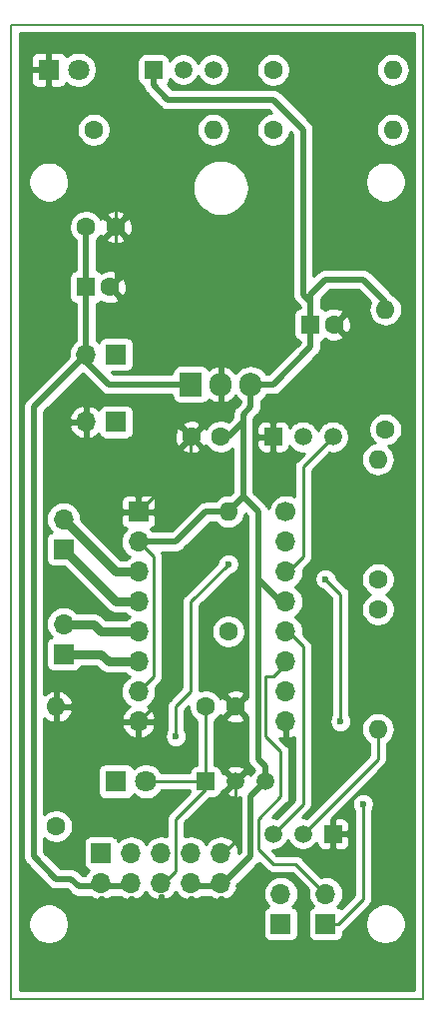
<source format=gtl>
G04 #@! TF.GenerationSoftware,KiCad,Pcbnew,(5.1.4)-1*
G04 #@! TF.CreationDate,2021-01-28T08:03:07-07:00*
G04 #@! TF.ProjectId,robot,726f626f-742e-46b6-9963-61645f706362,rev?*
G04 #@! TF.SameCoordinates,Original*
G04 #@! TF.FileFunction,Copper,L1,Top*
G04 #@! TF.FilePolarity,Positive*
%FSLAX46Y46*%
G04 Gerber Fmt 4.6, Leading zero omitted, Abs format (unit mm)*
G04 Created by KiCad (PCBNEW (5.1.4)-1) date 2021-01-28 08:03:07*
%MOMM*%
%LPD*%
G04 APERTURE LIST*
%ADD10C,0.150000*%
%ADD11O,1.700000X1.700000*%
%ADD12R,1.700000X1.700000*%
%ADD13C,1.700000*%
%ADD14O,1.905000X2.000000*%
%ADD15R,1.905000X2.000000*%
%ADD16C,1.800000*%
%ADD17R,1.800000X1.800000*%
%ADD18C,1.600000*%
%ADD19R,1.600000X1.600000*%
%ADD20O,1.600000X1.600000*%
%ADD21R,1.500000X1.500000*%
%ADD22C,1.500000*%
%ADD23C,0.600000*%
%ADD24C,0.250000*%
%ADD25C,0.550000*%
%ADD26C,0.750000*%
%ADD27C,0.254000*%
G04 APERTURE END LIST*
D10*
X95885000Y-93980000D02*
X95885000Y-101600000D01*
X130810000Y-93980000D02*
X130810000Y-101600000D01*
X95885000Y-19050000D02*
X130810000Y-19050000D01*
X130810000Y-93980000D02*
X130810000Y-77470000D01*
X95885000Y-101600000D02*
X130810000Y-101600000D01*
X95885000Y-77470000D02*
X95885000Y-93980000D01*
X95885000Y-19050000D02*
X95885000Y-77470000D01*
X130810000Y-19050000D02*
X130810000Y-77470000D01*
D11*
X106680000Y-78105000D03*
X106680000Y-75565000D03*
X106680000Y-73025000D03*
X106680000Y-70485000D03*
X106680000Y-67945000D03*
X106680000Y-65405000D03*
X106680000Y-62865000D03*
D12*
X106680000Y-60325000D03*
D13*
X119180000Y-60325000D03*
D11*
X119180000Y-62865000D03*
X119180000Y-65405000D03*
X119180000Y-67945000D03*
X119180000Y-70485000D03*
X119180000Y-73025000D03*
X119180000Y-75565000D03*
X119180000Y-78105000D03*
D14*
X116205000Y-49530000D03*
X113665000Y-49530000D03*
D15*
X111125000Y-49530000D03*
D11*
X102235000Y-52705000D03*
D12*
X104775000Y-52705000D03*
X104775000Y-46990000D03*
D11*
X102235000Y-46990000D03*
X113665000Y-91790000D03*
X113665000Y-89250000D03*
X111125000Y-91790000D03*
X111125000Y-89250000D03*
X108585000Y-91790000D03*
X108585000Y-89250000D03*
X106045000Y-91790000D03*
X106045000Y-89250000D03*
X103505000Y-91790000D03*
D12*
X103505000Y-89250000D03*
D11*
X118745000Y-92710000D03*
D12*
X118745000Y-95250000D03*
D11*
X122555000Y-92710000D03*
D12*
X122555000Y-95250000D03*
D11*
X100330000Y-69850000D03*
D12*
X100330000Y-72390000D03*
X100330000Y-63500000D03*
D11*
X100330000Y-60960000D03*
D16*
X107315000Y-83185000D03*
D17*
X104775000Y-83185000D03*
D18*
X123285000Y-44450000D03*
D19*
X121285000Y-44450000D03*
D18*
X104735000Y-36195000D03*
X102235000Y-36195000D03*
X114895000Y-76835000D03*
X112395000Y-76835000D03*
X111165000Y-53975000D03*
X113665000Y-53975000D03*
X104235000Y-41275000D03*
D19*
X102235000Y-41275000D03*
D20*
X127000000Y-55880000D03*
D18*
X127000000Y-66040000D03*
D20*
X127000000Y-78740000D03*
D18*
X127000000Y-68580000D03*
D20*
X127635000Y-43180000D03*
D18*
X127635000Y-53340000D03*
D20*
X114300000Y-60325000D03*
D18*
X114300000Y-70485000D03*
D20*
X113030000Y-27940000D03*
D18*
X102870000Y-27940000D03*
D20*
X99695000Y-76835000D03*
D18*
X99695000Y-86995000D03*
D21*
X107950000Y-22860000D03*
D22*
X113030000Y-22860000D03*
X110490000Y-22860000D03*
D20*
X128270000Y-22860000D03*
D18*
X118110000Y-22860000D03*
X118110000Y-27940000D03*
D20*
X128270000Y-27940000D03*
D16*
X101600000Y-22860000D03*
D17*
X99060000Y-22860000D03*
D21*
X112395000Y-83185000D03*
D22*
X117475000Y-83185000D03*
X114935000Y-83185000D03*
D21*
X118110000Y-53975000D03*
D22*
X123190000Y-53975000D03*
X120650000Y-53975000D03*
D21*
X123190000Y-87630000D03*
D22*
X118110000Y-87630000D03*
X120650000Y-87630000D03*
D23*
X109855000Y-64770000D03*
X125730000Y-85090000D03*
X114300000Y-64770000D03*
X109855000Y-79375000D03*
X122555000Y-66040000D03*
X123825000Y-78105000D03*
D24*
X106680000Y-60325000D02*
X111125000Y-55880000D01*
X111125000Y-55880000D02*
X111125000Y-53975000D01*
X111125000Y-53975000D02*
X111165000Y-53975000D01*
X106680000Y-78105000D02*
X109855000Y-74930000D01*
X109855000Y-74930000D02*
X109855000Y-64770000D01*
X111165000Y-53975000D02*
X111125000Y-53975000D01*
X111125000Y-53975000D02*
X113665000Y-51435000D01*
X113665000Y-51435000D02*
X113665000Y-49530000D01*
X114895000Y-76835000D02*
X114935000Y-76835000D01*
X114935000Y-76835000D02*
X113665000Y-78105000D01*
X104235000Y-41275000D02*
X104140000Y-41275000D01*
X104140000Y-41275000D02*
X104775000Y-40640000D01*
X104775000Y-40640000D02*
X104775000Y-36195000D01*
X104775000Y-36195000D02*
X104735000Y-36195000D01*
X113665000Y-81915000D02*
X114935000Y-83185000D01*
X113665000Y-78105000D02*
X113665000Y-81915000D01*
X114935000Y-88265000D02*
X113665000Y-89535000D01*
X114935000Y-83185000D02*
X114935000Y-88265000D01*
X99060000Y-22860000D02*
X99060000Y-27940000D01*
X104735000Y-33615000D02*
X104735000Y-36195000D01*
X99060000Y-27940000D02*
X104735000Y-33615000D01*
X106680000Y-75565000D02*
X107950000Y-74295000D01*
X107950000Y-74295000D02*
X107950000Y-64135000D01*
X107950000Y-64135000D02*
X106680000Y-62865000D01*
D25*
X116840000Y-81280000D02*
X116840000Y-66040000D01*
X106680000Y-62865000D02*
X109855000Y-62865000D01*
X112395000Y-60325000D02*
X114300000Y-60325000D01*
X109855000Y-62865000D02*
X112395000Y-60325000D01*
X119180000Y-67945000D02*
X118745000Y-67945000D01*
X118745000Y-67945000D02*
X116840000Y-66040000D01*
X116840000Y-66040000D02*
X116840000Y-60325000D01*
X116840000Y-60325000D02*
X115570000Y-59055000D01*
X113665000Y-53975000D02*
X114300000Y-53975000D01*
X114300000Y-53975000D02*
X115570000Y-52705000D01*
X116205000Y-49530000D02*
X116205000Y-51435000D01*
X115570000Y-59055000D02*
X114300000Y-60325000D01*
X115570000Y-52070000D02*
X115570000Y-52705000D01*
X115570000Y-52705000D02*
X115570000Y-59055000D01*
X116205000Y-51435000D02*
X115570000Y-52070000D01*
X127635000Y-43180000D02*
X127635000Y-42545000D01*
X127635000Y-42545000D02*
X125730000Y-40640000D01*
X125730000Y-40640000D02*
X122555000Y-40640000D01*
X122555000Y-40640000D02*
X121285000Y-41910000D01*
X116205000Y-49530000D02*
X118110000Y-49530000D01*
X121285000Y-46355000D02*
X121285000Y-44450000D01*
X118110000Y-49530000D02*
X121285000Y-46355000D01*
X113665000Y-92075000D02*
X111125000Y-92075000D01*
X117475000Y-81915000D02*
X117475000Y-83185000D01*
X116840000Y-81280000D02*
X117475000Y-81915000D01*
X116205000Y-89535000D02*
X113665000Y-92075000D01*
X117475000Y-83185000D02*
X116205000Y-84455000D01*
X116205000Y-84455000D02*
X116205000Y-89535000D01*
X120650000Y-27940000D02*
X120650000Y-41910000D01*
X121285000Y-42545000D02*
X121285000Y-44450000D01*
X118110000Y-25400000D02*
X120650000Y-27940000D01*
X121285000Y-41910000D02*
X121285000Y-42545000D01*
X120650000Y-41910000D02*
X121285000Y-42545000D01*
X107950000Y-24160000D02*
X107950000Y-22860000D01*
X109190000Y-25400000D02*
X107950000Y-24160000D01*
X118110000Y-25400000D02*
X109190000Y-25400000D01*
D24*
X112395000Y-83185000D02*
X112395000Y-83820000D01*
X112395000Y-83820000D02*
X109855000Y-86360000D01*
X109855000Y-90805000D02*
X108585000Y-92075000D01*
X109855000Y-86360000D02*
X109855000Y-90805000D01*
X112395000Y-76835000D02*
X112395000Y-83185000D01*
X112395000Y-83185000D02*
X107315000Y-83185000D01*
X123655000Y-95250000D02*
X122555000Y-95250000D01*
X125730000Y-93175000D02*
X123655000Y-95250000D01*
X125730000Y-85090000D02*
X125730000Y-93175000D01*
X119180000Y-73025000D02*
X119380000Y-73025000D01*
X119380000Y-73025000D02*
X118110000Y-74295000D01*
X118110000Y-74295000D02*
X117475000Y-74295000D01*
X117475000Y-74295000D02*
X117475000Y-79375000D01*
X117475000Y-79375000D02*
X118745000Y-80645000D01*
X118745000Y-80645000D02*
X118745000Y-84455000D01*
X118745000Y-84455000D02*
X116840000Y-86360000D01*
X116840000Y-86360000D02*
X116840000Y-88900000D01*
X116840000Y-88900000D02*
X118110000Y-90170000D01*
X120015000Y-90170000D02*
X122555000Y-92710000D01*
X118110000Y-90170000D02*
X120015000Y-90170000D01*
X114300000Y-64770000D02*
X111125000Y-67945000D01*
X111125000Y-67945000D02*
X111125000Y-75565000D01*
X111125000Y-75565000D02*
X109855000Y-76835000D01*
X109855000Y-76835000D02*
X109855000Y-79375000D01*
X122555000Y-66040000D02*
X123825000Y-67310000D01*
X123825000Y-67310000D02*
X123825000Y-78105000D01*
X120650000Y-85090000D02*
X118110000Y-87630000D01*
X120650000Y-71755000D02*
X120650000Y-85090000D01*
X119180000Y-70485000D02*
X119380000Y-70485000D01*
X119380000Y-70485000D02*
X120650000Y-71755000D01*
X120650000Y-64135000D02*
X119380000Y-65405000D01*
X119380000Y-65405000D02*
X119180000Y-65405000D01*
X120650000Y-56515000D02*
X123190000Y-53975000D01*
X120650000Y-64135000D02*
X120650000Y-56515000D01*
X127000000Y-81280000D02*
X120650000Y-87630000D01*
X127000000Y-78740000D02*
X127000000Y-81280000D01*
D25*
X102235000Y-46990000D02*
X102235000Y-47625000D01*
X102235000Y-47625000D02*
X104140000Y-49530000D01*
X104140000Y-49530000D02*
X111125000Y-49530000D01*
X102235000Y-41275000D02*
X102235000Y-36195000D01*
X106045000Y-92075000D02*
X103505000Y-92075000D01*
X103505000Y-92075000D02*
X101600000Y-92075000D01*
X101600000Y-92075000D02*
X100965000Y-91440000D01*
X100965000Y-91440000D02*
X99695000Y-91440000D01*
X99695000Y-91440000D02*
X97790000Y-89535000D01*
X97790000Y-89535000D02*
X97790000Y-51435000D01*
X97790000Y-51435000D02*
X102235000Y-46990000D01*
X102235000Y-46990000D02*
X102235000Y-41275000D01*
D26*
X106680000Y-67945000D02*
X104775000Y-67945000D01*
X104775000Y-67945000D02*
X100330000Y-63500000D01*
X106680000Y-65405000D02*
X104775000Y-65405000D01*
X104775000Y-65405000D02*
X100330000Y-60960000D01*
X106680000Y-70485000D02*
X103505000Y-70485000D01*
X102870000Y-69850000D02*
X100330000Y-69850000D01*
X103505000Y-70485000D02*
X102870000Y-69850000D01*
X106680000Y-73025000D02*
X104140000Y-73025000D01*
X103505000Y-72390000D02*
X100330000Y-72390000D01*
X104140000Y-73025000D02*
X103505000Y-72390000D01*
D27*
G36*
X130100001Y-77435123D02*
G01*
X130100000Y-93945123D01*
X130100000Y-93945124D01*
X130100001Y-100890000D01*
X96595000Y-100890000D01*
X96595000Y-95079117D01*
X97325000Y-95079117D01*
X97325000Y-95420883D01*
X97391675Y-95756081D01*
X97522463Y-96071831D01*
X97712337Y-96355998D01*
X97954002Y-96597663D01*
X98238169Y-96787537D01*
X98553919Y-96918325D01*
X98889117Y-96985000D01*
X99230883Y-96985000D01*
X99566081Y-96918325D01*
X99881831Y-96787537D01*
X100165998Y-96597663D01*
X100407663Y-96355998D01*
X100597537Y-96071831D01*
X100728325Y-95756081D01*
X100795000Y-95420883D01*
X100795000Y-95079117D01*
X100728325Y-94743919D01*
X100597537Y-94428169D01*
X100407663Y-94144002D01*
X100165998Y-93902337D01*
X99881831Y-93712463D01*
X99566081Y-93581675D01*
X99230883Y-93515000D01*
X98889117Y-93515000D01*
X98553919Y-93581675D01*
X98238169Y-93712463D01*
X97954002Y-93902337D01*
X97712337Y-94144002D01*
X97522463Y-94428169D01*
X97391675Y-94743919D01*
X97325000Y-95079117D01*
X96595000Y-95079117D01*
X96595000Y-51435000D01*
X96875597Y-51435000D01*
X96880001Y-51479712D01*
X96880000Y-89490298D01*
X96875597Y-89535000D01*
X96880000Y-89579702D01*
X96880000Y-89579703D01*
X96893167Y-89713390D01*
X96925821Y-89821034D01*
X96945202Y-89884926D01*
X97029702Y-90043015D01*
X97058953Y-90078657D01*
X97143419Y-90181581D01*
X97178154Y-90210087D01*
X99019918Y-92051851D01*
X99048419Y-92086581D01*
X99121908Y-92146891D01*
X99186984Y-92200298D01*
X99345073Y-92284798D01*
X99516609Y-92336833D01*
X99650296Y-92350000D01*
X99650298Y-92350000D01*
X99695000Y-92354403D01*
X99739702Y-92350000D01*
X100588067Y-92350000D01*
X100924917Y-92686851D01*
X100953419Y-92721581D01*
X101091985Y-92835298D01*
X101250073Y-92919798D01*
X101421609Y-92971833D01*
X101555296Y-92985000D01*
X101555298Y-92985000D01*
X101600000Y-92989403D01*
X101644702Y-92985000D01*
X102635329Y-92985000D01*
X102738080Y-93061641D01*
X103000901Y-93186825D01*
X103148110Y-93231476D01*
X103378000Y-93110155D01*
X103378000Y-92985000D01*
X103632000Y-92985000D01*
X103632000Y-93110155D01*
X103861890Y-93231476D01*
X104009099Y-93186825D01*
X104271920Y-93061641D01*
X104374671Y-92985000D01*
X105175329Y-92985000D01*
X105278080Y-93061641D01*
X105540901Y-93186825D01*
X105688110Y-93231476D01*
X105918000Y-93110155D01*
X105918000Y-92985000D01*
X106089704Y-92985000D01*
X106172000Y-92976895D01*
X106172000Y-93110155D01*
X106401890Y-93231476D01*
X106549099Y-93186825D01*
X106811920Y-93061641D01*
X107045269Y-92887588D01*
X107240178Y-92671355D01*
X107315000Y-92545745D01*
X107389822Y-92671355D01*
X107584731Y-92887588D01*
X107818080Y-93061641D01*
X108080901Y-93186825D01*
X108228110Y-93231476D01*
X108458000Y-93110155D01*
X108458000Y-92826167D01*
X108585000Y-92838676D01*
X108712000Y-92826167D01*
X108712000Y-93110155D01*
X108941890Y-93231476D01*
X109089099Y-93186825D01*
X109351920Y-93061641D01*
X109585269Y-92887588D01*
X109780178Y-92671355D01*
X109855000Y-92545745D01*
X109929822Y-92671355D01*
X110124731Y-92887588D01*
X110358080Y-93061641D01*
X110620901Y-93186825D01*
X110768110Y-93231476D01*
X110998000Y-93110155D01*
X110998000Y-92976895D01*
X111080296Y-92985000D01*
X111252000Y-92985000D01*
X111252000Y-93110155D01*
X111481890Y-93231476D01*
X111629099Y-93186825D01*
X111891920Y-93061641D01*
X111994671Y-92985000D01*
X112795329Y-92985000D01*
X112898080Y-93061641D01*
X113160901Y-93186825D01*
X113308110Y-93231476D01*
X113538000Y-93110155D01*
X113538000Y-92985000D01*
X113620298Y-92985000D01*
X113665000Y-92989403D01*
X113709702Y-92985000D01*
X113709704Y-92985000D01*
X113792000Y-92976895D01*
X113792000Y-93110155D01*
X114021890Y-93231476D01*
X114169099Y-93186825D01*
X114431920Y-93061641D01*
X114665269Y-92887588D01*
X114825344Y-92710000D01*
X117252815Y-92710000D01*
X117281487Y-93001111D01*
X117366401Y-93281034D01*
X117504294Y-93539014D01*
X117689866Y-93765134D01*
X117719687Y-93789607D01*
X117650820Y-93810498D01*
X117540506Y-93869463D01*
X117443815Y-93948815D01*
X117364463Y-94045506D01*
X117305498Y-94155820D01*
X117269188Y-94275518D01*
X117256928Y-94400000D01*
X117256928Y-96100000D01*
X117269188Y-96224482D01*
X117305498Y-96344180D01*
X117364463Y-96454494D01*
X117443815Y-96551185D01*
X117540506Y-96630537D01*
X117650820Y-96689502D01*
X117770518Y-96725812D01*
X117895000Y-96738072D01*
X119595000Y-96738072D01*
X119719482Y-96725812D01*
X119839180Y-96689502D01*
X119949494Y-96630537D01*
X120046185Y-96551185D01*
X120125537Y-96454494D01*
X120184502Y-96344180D01*
X120220812Y-96224482D01*
X120233072Y-96100000D01*
X120233072Y-94400000D01*
X120220812Y-94275518D01*
X120184502Y-94155820D01*
X120125537Y-94045506D01*
X120046185Y-93948815D01*
X119949494Y-93869463D01*
X119839180Y-93810498D01*
X119770313Y-93789607D01*
X119800134Y-93765134D01*
X119985706Y-93539014D01*
X120123599Y-93281034D01*
X120208513Y-93001111D01*
X120237185Y-92710000D01*
X120208513Y-92418889D01*
X120123599Y-92138966D01*
X119985706Y-91880986D01*
X119800134Y-91654866D01*
X119574014Y-91469294D01*
X119316034Y-91331401D01*
X119036111Y-91246487D01*
X118817950Y-91225000D01*
X118672050Y-91225000D01*
X118453889Y-91246487D01*
X118173966Y-91331401D01*
X117915986Y-91469294D01*
X117689866Y-91654866D01*
X117504294Y-91880986D01*
X117366401Y-92138966D01*
X117281487Y-92418889D01*
X117252815Y-92710000D01*
X114825344Y-92710000D01*
X114860178Y-92671355D01*
X115009157Y-92421252D01*
X115106481Y-92146891D01*
X115028538Y-91998396D01*
X115109932Y-91917002D01*
X115150000Y-91917002D01*
X115150000Y-91876934D01*
X116816852Y-90210082D01*
X116851581Y-90181581D01*
X116939567Y-90074369D01*
X117546200Y-90681002D01*
X117569999Y-90710001D01*
X117685724Y-90804974D01*
X117817753Y-90875546D01*
X117961014Y-90919003D01*
X118072667Y-90930000D01*
X118072676Y-90930000D01*
X118109999Y-90933676D01*
X118147322Y-90930000D01*
X119700199Y-90930000D01*
X121114203Y-92344005D01*
X121091487Y-92418889D01*
X121062815Y-92710000D01*
X121091487Y-93001111D01*
X121176401Y-93281034D01*
X121314294Y-93539014D01*
X121499866Y-93765134D01*
X121529687Y-93789607D01*
X121460820Y-93810498D01*
X121350506Y-93869463D01*
X121253815Y-93948815D01*
X121174463Y-94045506D01*
X121115498Y-94155820D01*
X121079188Y-94275518D01*
X121066928Y-94400000D01*
X121066928Y-96100000D01*
X121079188Y-96224482D01*
X121115498Y-96344180D01*
X121174463Y-96454494D01*
X121253815Y-96551185D01*
X121350506Y-96630537D01*
X121460820Y-96689502D01*
X121580518Y-96725812D01*
X121705000Y-96738072D01*
X123405000Y-96738072D01*
X123529482Y-96725812D01*
X123649180Y-96689502D01*
X123759494Y-96630537D01*
X123856185Y-96551185D01*
X123935537Y-96454494D01*
X123994502Y-96344180D01*
X124030812Y-96224482D01*
X124043072Y-96100000D01*
X124043072Y-95904326D01*
X124079276Y-95884974D01*
X124195001Y-95790001D01*
X124218804Y-95760997D01*
X124900684Y-95079117D01*
X125900000Y-95079117D01*
X125900000Y-95420883D01*
X125966675Y-95756081D01*
X126097463Y-96071831D01*
X126287337Y-96355998D01*
X126529002Y-96597663D01*
X126813169Y-96787537D01*
X127128919Y-96918325D01*
X127464117Y-96985000D01*
X127805883Y-96985000D01*
X128141081Y-96918325D01*
X128456831Y-96787537D01*
X128740998Y-96597663D01*
X128982663Y-96355998D01*
X129172537Y-96071831D01*
X129303325Y-95756081D01*
X129370000Y-95420883D01*
X129370000Y-95079117D01*
X129303325Y-94743919D01*
X129172537Y-94428169D01*
X128982663Y-94144002D01*
X128740998Y-93902337D01*
X128456831Y-93712463D01*
X128141081Y-93581675D01*
X127805883Y-93515000D01*
X127464117Y-93515000D01*
X127128919Y-93581675D01*
X126813169Y-93712463D01*
X126529002Y-93902337D01*
X126287337Y-94144002D01*
X126097463Y-94428169D01*
X125966675Y-94743919D01*
X125900000Y-95079117D01*
X124900684Y-95079117D01*
X126241003Y-93738799D01*
X126270001Y-93715001D01*
X126296332Y-93682917D01*
X126364974Y-93599277D01*
X126435546Y-93467247D01*
X126459949Y-93386800D01*
X126479003Y-93323986D01*
X126490000Y-93212333D01*
X126490000Y-93212324D01*
X126493676Y-93175001D01*
X126490000Y-93137678D01*
X126490000Y-85635535D01*
X126558586Y-85532889D01*
X126629068Y-85362729D01*
X126665000Y-85182089D01*
X126665000Y-84997911D01*
X126629068Y-84817271D01*
X126558586Y-84647111D01*
X126456262Y-84493972D01*
X126326028Y-84363738D01*
X126172889Y-84261414D01*
X126002729Y-84190932D01*
X125822089Y-84155000D01*
X125637911Y-84155000D01*
X125457271Y-84190932D01*
X125287111Y-84261414D01*
X125133972Y-84363738D01*
X125003738Y-84493972D01*
X124901414Y-84647111D01*
X124830932Y-84817271D01*
X124795000Y-84997911D01*
X124795000Y-85182089D01*
X124830932Y-85362729D01*
X124901414Y-85532889D01*
X124970000Y-85635536D01*
X124970001Y-92860197D01*
X123867543Y-93962655D01*
X123856185Y-93948815D01*
X123759494Y-93869463D01*
X123649180Y-93810498D01*
X123580313Y-93789607D01*
X123610134Y-93765134D01*
X123795706Y-93539014D01*
X123933599Y-93281034D01*
X124018513Y-93001111D01*
X124047185Y-92710000D01*
X124018513Y-92418889D01*
X123933599Y-92138966D01*
X123795706Y-91880986D01*
X123610134Y-91654866D01*
X123384014Y-91469294D01*
X123126034Y-91331401D01*
X122846111Y-91246487D01*
X122627950Y-91225000D01*
X122482050Y-91225000D01*
X122263889Y-91246487D01*
X122189005Y-91269203D01*
X120578804Y-89659003D01*
X120555001Y-89629999D01*
X120439276Y-89535026D01*
X120307247Y-89464454D01*
X120163986Y-89420997D01*
X120052333Y-89410000D01*
X120052322Y-89410000D01*
X120015000Y-89406324D01*
X119977678Y-89410000D01*
X118424802Y-89410000D01*
X118029802Y-89015000D01*
X118246411Y-89015000D01*
X118513989Y-88961775D01*
X118766043Y-88857371D01*
X118992886Y-88705799D01*
X119185799Y-88512886D01*
X119337371Y-88286043D01*
X119380000Y-88183127D01*
X119422629Y-88286043D01*
X119574201Y-88512886D01*
X119767114Y-88705799D01*
X119993957Y-88857371D01*
X120246011Y-88961775D01*
X120513589Y-89015000D01*
X120786411Y-89015000D01*
X121053989Y-88961775D01*
X121306043Y-88857371D01*
X121532886Y-88705799D01*
X121725799Y-88512886D01*
X121803555Y-88396517D01*
X121814188Y-88504482D01*
X121850498Y-88624180D01*
X121909463Y-88734494D01*
X121988815Y-88831185D01*
X122085506Y-88910537D01*
X122195820Y-88969502D01*
X122315518Y-89005812D01*
X122440000Y-89018072D01*
X122904250Y-89015000D01*
X123063000Y-88856250D01*
X123063000Y-87757000D01*
X123317000Y-87757000D01*
X123317000Y-88856250D01*
X123475750Y-89015000D01*
X123940000Y-89018072D01*
X124064482Y-89005812D01*
X124184180Y-88969502D01*
X124294494Y-88910537D01*
X124391185Y-88831185D01*
X124470537Y-88734494D01*
X124529502Y-88624180D01*
X124565812Y-88504482D01*
X124578072Y-88380000D01*
X124575000Y-87915750D01*
X124416250Y-87757000D01*
X123317000Y-87757000D01*
X123063000Y-87757000D01*
X123043000Y-87757000D01*
X123043000Y-87503000D01*
X123063000Y-87503000D01*
X123063000Y-86403750D01*
X123317000Y-86403750D01*
X123317000Y-87503000D01*
X124416250Y-87503000D01*
X124575000Y-87344250D01*
X124578072Y-86880000D01*
X124565812Y-86755518D01*
X124529502Y-86635820D01*
X124470537Y-86525506D01*
X124391185Y-86428815D01*
X124294494Y-86349463D01*
X124184180Y-86290498D01*
X124064482Y-86254188D01*
X123940000Y-86241928D01*
X123475750Y-86245000D01*
X123317000Y-86403750D01*
X123063000Y-86403750D01*
X123007026Y-86347776D01*
X127511003Y-81843799D01*
X127540001Y-81820001D01*
X127593787Y-81754463D01*
X127634974Y-81704277D01*
X127705546Y-81572247D01*
X127740083Y-81458391D01*
X127749003Y-81428986D01*
X127760000Y-81317333D01*
X127760000Y-81317324D01*
X127763676Y-81280001D01*
X127760000Y-81242678D01*
X127760000Y-79960901D01*
X127801101Y-79938932D01*
X128019608Y-79759608D01*
X128198932Y-79541101D01*
X128332182Y-79291808D01*
X128414236Y-79021309D01*
X128441943Y-78740000D01*
X128414236Y-78458691D01*
X128332182Y-78188192D01*
X128198932Y-77938899D01*
X128019608Y-77720392D01*
X127801101Y-77541068D01*
X127551808Y-77407818D01*
X127281309Y-77325764D01*
X127070492Y-77305000D01*
X126929508Y-77305000D01*
X126718691Y-77325764D01*
X126448192Y-77407818D01*
X126198899Y-77541068D01*
X125980392Y-77720392D01*
X125801068Y-77938899D01*
X125667818Y-78188192D01*
X125585764Y-78458691D01*
X125558057Y-78740000D01*
X125585764Y-79021309D01*
X125667818Y-79291808D01*
X125801068Y-79541101D01*
X125980392Y-79759608D01*
X126198899Y-79938932D01*
X126240000Y-79960901D01*
X126240001Y-80965197D01*
X120931365Y-86273833D01*
X120786411Y-86245000D01*
X120569803Y-86245000D01*
X121161008Y-85653795D01*
X121190001Y-85630001D01*
X121213795Y-85601008D01*
X121213799Y-85601004D01*
X121284973Y-85514277D01*
X121284974Y-85514276D01*
X121355546Y-85382247D01*
X121399003Y-85238986D01*
X121410000Y-85127333D01*
X121410000Y-85127324D01*
X121413676Y-85090001D01*
X121410000Y-85052678D01*
X121410000Y-71792322D01*
X121413676Y-71754999D01*
X121410000Y-71717676D01*
X121410000Y-71717667D01*
X121399003Y-71606014D01*
X121355546Y-71462753D01*
X121284974Y-71330724D01*
X121190001Y-71214999D01*
X121161004Y-71191202D01*
X120652694Y-70682893D01*
X120672185Y-70485000D01*
X120643513Y-70193889D01*
X120558599Y-69913966D01*
X120420706Y-69655986D01*
X120235134Y-69429866D01*
X120009014Y-69244294D01*
X119954209Y-69215000D01*
X120009014Y-69185706D01*
X120235134Y-69000134D01*
X120420706Y-68774014D01*
X120558599Y-68516034D01*
X120643513Y-68236111D01*
X120672185Y-67945000D01*
X120643513Y-67653889D01*
X120558599Y-67373966D01*
X120420706Y-67115986D01*
X120235134Y-66889866D01*
X120009014Y-66704294D01*
X119954209Y-66675000D01*
X120009014Y-66645706D01*
X120235134Y-66460134D01*
X120420706Y-66234014D01*
X120558599Y-65976034D01*
X120567130Y-65947911D01*
X121620000Y-65947911D01*
X121620000Y-66132089D01*
X121655932Y-66312729D01*
X121726414Y-66482889D01*
X121828738Y-66636028D01*
X121958972Y-66766262D01*
X122112111Y-66868586D01*
X122282271Y-66939068D01*
X122403351Y-66963153D01*
X123065000Y-67624802D01*
X123065001Y-77559463D01*
X122996414Y-77662111D01*
X122925932Y-77832271D01*
X122890000Y-78012911D01*
X122890000Y-78197089D01*
X122925932Y-78377729D01*
X122996414Y-78547889D01*
X123098738Y-78701028D01*
X123228972Y-78831262D01*
X123382111Y-78933586D01*
X123552271Y-79004068D01*
X123732911Y-79040000D01*
X123917089Y-79040000D01*
X124097729Y-79004068D01*
X124267889Y-78933586D01*
X124421028Y-78831262D01*
X124551262Y-78701028D01*
X124653586Y-78547889D01*
X124724068Y-78377729D01*
X124760000Y-78197089D01*
X124760000Y-78012911D01*
X124724068Y-77832271D01*
X124653586Y-77662111D01*
X124585000Y-77559465D01*
X124585000Y-67347322D01*
X124588676Y-67309999D01*
X124585000Y-67272676D01*
X124585000Y-67272667D01*
X124574003Y-67161014D01*
X124530546Y-67017753D01*
X124459974Y-66885724D01*
X124365001Y-66769999D01*
X124336004Y-66746202D01*
X123488467Y-65898665D01*
X125565000Y-65898665D01*
X125565000Y-66181335D01*
X125620147Y-66458574D01*
X125728320Y-66719727D01*
X125885363Y-66954759D01*
X126085241Y-67154637D01*
X126317759Y-67310000D01*
X126085241Y-67465363D01*
X125885363Y-67665241D01*
X125728320Y-67900273D01*
X125620147Y-68161426D01*
X125565000Y-68438665D01*
X125565000Y-68721335D01*
X125620147Y-68998574D01*
X125728320Y-69259727D01*
X125885363Y-69494759D01*
X126085241Y-69694637D01*
X126320273Y-69851680D01*
X126581426Y-69959853D01*
X126858665Y-70015000D01*
X127141335Y-70015000D01*
X127418574Y-69959853D01*
X127679727Y-69851680D01*
X127914759Y-69694637D01*
X128114637Y-69494759D01*
X128271680Y-69259727D01*
X128379853Y-68998574D01*
X128435000Y-68721335D01*
X128435000Y-68438665D01*
X128379853Y-68161426D01*
X128271680Y-67900273D01*
X128114637Y-67665241D01*
X127914759Y-67465363D01*
X127682241Y-67310000D01*
X127914759Y-67154637D01*
X128114637Y-66954759D01*
X128271680Y-66719727D01*
X128379853Y-66458574D01*
X128435000Y-66181335D01*
X128435000Y-65898665D01*
X128379853Y-65621426D01*
X128271680Y-65360273D01*
X128114637Y-65125241D01*
X127914759Y-64925363D01*
X127679727Y-64768320D01*
X127418574Y-64660147D01*
X127141335Y-64605000D01*
X126858665Y-64605000D01*
X126581426Y-64660147D01*
X126320273Y-64768320D01*
X126085241Y-64925363D01*
X125885363Y-65125241D01*
X125728320Y-65360273D01*
X125620147Y-65621426D01*
X125565000Y-65898665D01*
X123488467Y-65898665D01*
X123478153Y-65888351D01*
X123454068Y-65767271D01*
X123383586Y-65597111D01*
X123281262Y-65443972D01*
X123151028Y-65313738D01*
X122997889Y-65211414D01*
X122827729Y-65140932D01*
X122647089Y-65105000D01*
X122462911Y-65105000D01*
X122282271Y-65140932D01*
X122112111Y-65211414D01*
X121958972Y-65313738D01*
X121828738Y-65443972D01*
X121726414Y-65597111D01*
X121655932Y-65767271D01*
X121620000Y-65947911D01*
X120567130Y-65947911D01*
X120643513Y-65696111D01*
X120672185Y-65405000D01*
X120652694Y-65207107D01*
X121161004Y-64698798D01*
X121190001Y-64675001D01*
X121284974Y-64559276D01*
X121355546Y-64427247D01*
X121399003Y-64283986D01*
X121410000Y-64172333D01*
X121410000Y-64172324D01*
X121413676Y-64135001D01*
X121410000Y-64097678D01*
X121410000Y-56829801D01*
X122359802Y-55880000D01*
X125558057Y-55880000D01*
X125585764Y-56161309D01*
X125667818Y-56431808D01*
X125801068Y-56681101D01*
X125980392Y-56899608D01*
X126198899Y-57078932D01*
X126448192Y-57212182D01*
X126718691Y-57294236D01*
X126929508Y-57315000D01*
X127070492Y-57315000D01*
X127281309Y-57294236D01*
X127551808Y-57212182D01*
X127801101Y-57078932D01*
X128019608Y-56899608D01*
X128198932Y-56681101D01*
X128332182Y-56431808D01*
X128414236Y-56161309D01*
X128441943Y-55880000D01*
X128414236Y-55598691D01*
X128332182Y-55328192D01*
X128198932Y-55078899D01*
X128019608Y-54860392D01*
X127888396Y-54752709D01*
X128053574Y-54719853D01*
X128314727Y-54611680D01*
X128549759Y-54454637D01*
X128749637Y-54254759D01*
X128906680Y-54019727D01*
X129014853Y-53758574D01*
X129070000Y-53481335D01*
X129070000Y-53198665D01*
X129014853Y-52921426D01*
X128906680Y-52660273D01*
X128749637Y-52425241D01*
X128549759Y-52225363D01*
X128314727Y-52068320D01*
X128053574Y-51960147D01*
X127776335Y-51905000D01*
X127493665Y-51905000D01*
X127216426Y-51960147D01*
X126955273Y-52068320D01*
X126720241Y-52225363D01*
X126520363Y-52425241D01*
X126363320Y-52660273D01*
X126255147Y-52921426D01*
X126200000Y-53198665D01*
X126200000Y-53481335D01*
X126255147Y-53758574D01*
X126363320Y-54019727D01*
X126520363Y-54254759D01*
X126720241Y-54454637D01*
X126734555Y-54464201D01*
X126718691Y-54465764D01*
X126448192Y-54547818D01*
X126198899Y-54681068D01*
X125980392Y-54860392D01*
X125801068Y-55078899D01*
X125667818Y-55328192D01*
X125585764Y-55598691D01*
X125558057Y-55880000D01*
X122359802Y-55880000D01*
X122908636Y-55331167D01*
X123053589Y-55360000D01*
X123326411Y-55360000D01*
X123593989Y-55306775D01*
X123846043Y-55202371D01*
X124072886Y-55050799D01*
X124265799Y-54857886D01*
X124417371Y-54631043D01*
X124521775Y-54378989D01*
X124575000Y-54111411D01*
X124575000Y-53838589D01*
X124521775Y-53571011D01*
X124417371Y-53318957D01*
X124265799Y-53092114D01*
X124072886Y-52899201D01*
X123846043Y-52747629D01*
X123593989Y-52643225D01*
X123326411Y-52590000D01*
X123053589Y-52590000D01*
X122786011Y-52643225D01*
X122533957Y-52747629D01*
X122307114Y-52899201D01*
X122114201Y-53092114D01*
X121962629Y-53318957D01*
X121920000Y-53421873D01*
X121877371Y-53318957D01*
X121725799Y-53092114D01*
X121532886Y-52899201D01*
X121306043Y-52747629D01*
X121053989Y-52643225D01*
X120786411Y-52590000D01*
X120513589Y-52590000D01*
X120246011Y-52643225D01*
X119993957Y-52747629D01*
X119767114Y-52899201D01*
X119574201Y-53092114D01*
X119496445Y-53208483D01*
X119485812Y-53100518D01*
X119449502Y-52980820D01*
X119390537Y-52870506D01*
X119311185Y-52773815D01*
X119214494Y-52694463D01*
X119104180Y-52635498D01*
X118984482Y-52599188D01*
X118860000Y-52586928D01*
X118395750Y-52590000D01*
X118237000Y-52748750D01*
X118237000Y-53848000D01*
X118257000Y-53848000D01*
X118257000Y-54102000D01*
X118237000Y-54102000D01*
X118237000Y-55201250D01*
X118395750Y-55360000D01*
X118860000Y-55363072D01*
X118984482Y-55350812D01*
X119104180Y-55314502D01*
X119214494Y-55255537D01*
X119311185Y-55176185D01*
X119390537Y-55079494D01*
X119449502Y-54969180D01*
X119485812Y-54849482D01*
X119496445Y-54741517D01*
X119574201Y-54857886D01*
X119767114Y-55050799D01*
X119993957Y-55202371D01*
X120246011Y-55306775D01*
X120513589Y-55360000D01*
X120730199Y-55360000D01*
X120138998Y-55951201D01*
X120110000Y-55974999D01*
X120086202Y-56003997D01*
X120086201Y-56003998D01*
X120015026Y-56090724D01*
X119944454Y-56222754D01*
X119900998Y-56366015D01*
X119886324Y-56515000D01*
X119890001Y-56552332D01*
X119890001Y-59013413D01*
X119883411Y-59009010D01*
X119613158Y-58897068D01*
X119326260Y-58840000D01*
X119033740Y-58840000D01*
X118746842Y-58897068D01*
X118476589Y-59009010D01*
X118233368Y-59171525D01*
X118026525Y-59378368D01*
X117864010Y-59621589D01*
X117752068Y-59891842D01*
X117715428Y-60076045D01*
X117684798Y-59975073D01*
X117600299Y-59816986D01*
X117600298Y-59816984D01*
X117560918Y-59768999D01*
X117486581Y-59678419D01*
X117451851Y-59649917D01*
X116480000Y-58678067D01*
X116480000Y-54725000D01*
X116721928Y-54725000D01*
X116734188Y-54849482D01*
X116770498Y-54969180D01*
X116829463Y-55079494D01*
X116908815Y-55176185D01*
X117005506Y-55255537D01*
X117115820Y-55314502D01*
X117235518Y-55350812D01*
X117360000Y-55363072D01*
X117824250Y-55360000D01*
X117983000Y-55201250D01*
X117983000Y-54102000D01*
X116883750Y-54102000D01*
X116725000Y-54260750D01*
X116721928Y-54725000D01*
X116480000Y-54725000D01*
X116480000Y-53225000D01*
X116721928Y-53225000D01*
X116725000Y-53689250D01*
X116883750Y-53848000D01*
X117983000Y-53848000D01*
X117983000Y-52748750D01*
X117824250Y-52590000D01*
X117360000Y-52586928D01*
X117235518Y-52599188D01*
X117115820Y-52635498D01*
X117005506Y-52694463D01*
X116908815Y-52773815D01*
X116829463Y-52870506D01*
X116770498Y-52980820D01*
X116734188Y-53100518D01*
X116721928Y-53225000D01*
X116480000Y-53225000D01*
X116480000Y-52749703D01*
X116484403Y-52705001D01*
X116480000Y-52660296D01*
X116480000Y-52446933D01*
X116816851Y-52110083D01*
X116851581Y-52081581D01*
X116965298Y-51943015D01*
X117049798Y-51784927D01*
X117101833Y-51613391D01*
X117115000Y-51479704D01*
X117115000Y-51479702D01*
X117119403Y-51435000D01*
X117115000Y-51390296D01*
X117115000Y-50884341D01*
X117332963Y-50705463D01*
X117531345Y-50463734D01*
X117544031Y-50440000D01*
X118065298Y-50440000D01*
X118110000Y-50444403D01*
X118154702Y-50440000D01*
X118154704Y-50440000D01*
X118288391Y-50426833D01*
X118459927Y-50374798D01*
X118618015Y-50290298D01*
X118756581Y-50176581D01*
X118785087Y-50141846D01*
X121896853Y-47030081D01*
X121931581Y-47001581D01*
X122043914Y-46864702D01*
X122045298Y-46863016D01*
X122129798Y-46704927D01*
X122149471Y-46640073D01*
X122181833Y-46533391D01*
X122195000Y-46399704D01*
X122195000Y-46399703D01*
X122199403Y-46355001D01*
X122195000Y-46310299D01*
X122195000Y-45877238D01*
X122209482Y-45875812D01*
X122329180Y-45839502D01*
X122439494Y-45780537D01*
X122536185Y-45701185D01*
X122546807Y-45688242D01*
X122798996Y-45807571D01*
X123073184Y-45876300D01*
X123355512Y-45890217D01*
X123635130Y-45848787D01*
X123901292Y-45753603D01*
X124026514Y-45686671D01*
X124098097Y-45442702D01*
X123285000Y-44629605D01*
X123270858Y-44643748D01*
X123091253Y-44464143D01*
X123105395Y-44450000D01*
X123464605Y-44450000D01*
X124277702Y-45263097D01*
X124521671Y-45191514D01*
X124642571Y-44936004D01*
X124711300Y-44661816D01*
X124725217Y-44379488D01*
X124683787Y-44099870D01*
X124588603Y-43833708D01*
X124521671Y-43708486D01*
X124277702Y-43636903D01*
X123464605Y-44450000D01*
X123105395Y-44450000D01*
X123091253Y-44435858D01*
X123270858Y-44256253D01*
X123285000Y-44270395D01*
X124098097Y-43457298D01*
X124026514Y-43213329D01*
X123771004Y-43092429D01*
X123496816Y-43023700D01*
X123214488Y-43009783D01*
X122934870Y-43051213D01*
X122668708Y-43146397D01*
X122546691Y-43211616D01*
X122536185Y-43198815D01*
X122439494Y-43119463D01*
X122329180Y-43060498D01*
X122209482Y-43024188D01*
X122195000Y-43022762D01*
X122195000Y-42589702D01*
X122199403Y-42545000D01*
X122195000Y-42500296D01*
X122195000Y-42286933D01*
X122931934Y-41550000D01*
X125353067Y-41550000D01*
X126347557Y-42544491D01*
X126302818Y-42628192D01*
X126220764Y-42898691D01*
X126193057Y-43180000D01*
X126220764Y-43461309D01*
X126302818Y-43731808D01*
X126436068Y-43981101D01*
X126615392Y-44199608D01*
X126833899Y-44378932D01*
X127083192Y-44512182D01*
X127353691Y-44594236D01*
X127564508Y-44615000D01*
X127705492Y-44615000D01*
X127916309Y-44594236D01*
X128186808Y-44512182D01*
X128436101Y-44378932D01*
X128654608Y-44199608D01*
X128833932Y-43981101D01*
X128967182Y-43731808D01*
X129049236Y-43461309D01*
X129076943Y-43180000D01*
X129049236Y-42898691D01*
X128967182Y-42628192D01*
X128833932Y-42378899D01*
X128654608Y-42160392D01*
X128436101Y-41981068D01*
X128281663Y-41898519D01*
X128281581Y-41898419D01*
X128246851Y-41869918D01*
X126405087Y-40028154D01*
X126376581Y-39993419D01*
X126238015Y-39879702D01*
X126079927Y-39795202D01*
X125908391Y-39743167D01*
X125774704Y-39730000D01*
X125774702Y-39730000D01*
X125730000Y-39725597D01*
X125685298Y-39730000D01*
X122599701Y-39730000D01*
X122554999Y-39725597D01*
X122510297Y-39730000D01*
X122510296Y-39730000D01*
X122376609Y-39743167D01*
X122205073Y-39795202D01*
X122104986Y-39848700D01*
X122046984Y-39879702D01*
X122039922Y-39885498D01*
X121908419Y-39993419D01*
X121879917Y-40028149D01*
X121560000Y-40348066D01*
X121560000Y-32214117D01*
X125900000Y-32214117D01*
X125900000Y-32555883D01*
X125966675Y-32891081D01*
X126097463Y-33206831D01*
X126287337Y-33490998D01*
X126529002Y-33732663D01*
X126813169Y-33922537D01*
X127128919Y-34053325D01*
X127464117Y-34120000D01*
X127805883Y-34120000D01*
X128141081Y-34053325D01*
X128456831Y-33922537D01*
X128740998Y-33732663D01*
X128982663Y-33490998D01*
X129172537Y-33206831D01*
X129303325Y-32891081D01*
X129370000Y-32555883D01*
X129370000Y-32214117D01*
X129303325Y-31878919D01*
X129172537Y-31563169D01*
X128982663Y-31279002D01*
X128740998Y-31037337D01*
X128456831Y-30847463D01*
X128141081Y-30716675D01*
X127805883Y-30650000D01*
X127464117Y-30650000D01*
X127128919Y-30716675D01*
X126813169Y-30847463D01*
X126529002Y-31037337D01*
X126287337Y-31279002D01*
X126097463Y-31563169D01*
X125966675Y-31878919D01*
X125900000Y-32214117D01*
X121560000Y-32214117D01*
X121560000Y-27984701D01*
X121564402Y-27940000D01*
X126828057Y-27940000D01*
X126855764Y-28221309D01*
X126937818Y-28491808D01*
X127071068Y-28741101D01*
X127250392Y-28959608D01*
X127468899Y-29138932D01*
X127718192Y-29272182D01*
X127988691Y-29354236D01*
X128199508Y-29375000D01*
X128340492Y-29375000D01*
X128551309Y-29354236D01*
X128821808Y-29272182D01*
X129071101Y-29138932D01*
X129289608Y-28959608D01*
X129468932Y-28741101D01*
X129602182Y-28491808D01*
X129684236Y-28221309D01*
X129711943Y-27940000D01*
X129684236Y-27658691D01*
X129602182Y-27388192D01*
X129468932Y-27138899D01*
X129289608Y-26920392D01*
X129071101Y-26741068D01*
X128821808Y-26607818D01*
X128551309Y-26525764D01*
X128340492Y-26505000D01*
X128199508Y-26505000D01*
X127988691Y-26525764D01*
X127718192Y-26607818D01*
X127468899Y-26741068D01*
X127250392Y-26920392D01*
X127071068Y-27138899D01*
X126937818Y-27388192D01*
X126855764Y-27658691D01*
X126828057Y-27940000D01*
X121564402Y-27940000D01*
X121564403Y-27939999D01*
X121560000Y-27895296D01*
X121546833Y-27761609D01*
X121494798Y-27590073D01*
X121410298Y-27431985D01*
X121296581Y-27293419D01*
X121261853Y-27264919D01*
X118785087Y-24788154D01*
X118756581Y-24753419D01*
X118618015Y-24639702D01*
X118459927Y-24555202D01*
X118288391Y-24503167D01*
X118154704Y-24490000D01*
X118154702Y-24490000D01*
X118110000Y-24485597D01*
X118065298Y-24490000D01*
X109566934Y-24490000D01*
X109144008Y-24067075D01*
X109151185Y-24061185D01*
X109230537Y-23964494D01*
X109289502Y-23854180D01*
X109325812Y-23734482D01*
X109336445Y-23626517D01*
X109414201Y-23742886D01*
X109607114Y-23935799D01*
X109833957Y-24087371D01*
X110086011Y-24191775D01*
X110353589Y-24245000D01*
X110626411Y-24245000D01*
X110893989Y-24191775D01*
X111146043Y-24087371D01*
X111372886Y-23935799D01*
X111565799Y-23742886D01*
X111717371Y-23516043D01*
X111760000Y-23413127D01*
X111802629Y-23516043D01*
X111954201Y-23742886D01*
X112147114Y-23935799D01*
X112373957Y-24087371D01*
X112626011Y-24191775D01*
X112893589Y-24245000D01*
X113166411Y-24245000D01*
X113433989Y-24191775D01*
X113686043Y-24087371D01*
X113912886Y-23935799D01*
X114105799Y-23742886D01*
X114257371Y-23516043D01*
X114361775Y-23263989D01*
X114415000Y-22996411D01*
X114415000Y-22723589D01*
X114414021Y-22718665D01*
X116675000Y-22718665D01*
X116675000Y-23001335D01*
X116730147Y-23278574D01*
X116838320Y-23539727D01*
X116995363Y-23774759D01*
X117195241Y-23974637D01*
X117430273Y-24131680D01*
X117691426Y-24239853D01*
X117968665Y-24295000D01*
X118251335Y-24295000D01*
X118528574Y-24239853D01*
X118789727Y-24131680D01*
X119024759Y-23974637D01*
X119224637Y-23774759D01*
X119381680Y-23539727D01*
X119489853Y-23278574D01*
X119545000Y-23001335D01*
X119545000Y-22860000D01*
X126828057Y-22860000D01*
X126855764Y-23141309D01*
X126937818Y-23411808D01*
X127071068Y-23661101D01*
X127250392Y-23879608D01*
X127468899Y-24058932D01*
X127718192Y-24192182D01*
X127988691Y-24274236D01*
X128199508Y-24295000D01*
X128340492Y-24295000D01*
X128551309Y-24274236D01*
X128821808Y-24192182D01*
X129071101Y-24058932D01*
X129289608Y-23879608D01*
X129468932Y-23661101D01*
X129602182Y-23411808D01*
X129684236Y-23141309D01*
X129711943Y-22860000D01*
X129684236Y-22578691D01*
X129602182Y-22308192D01*
X129468932Y-22058899D01*
X129289608Y-21840392D01*
X129071101Y-21661068D01*
X128821808Y-21527818D01*
X128551309Y-21445764D01*
X128340492Y-21425000D01*
X128199508Y-21425000D01*
X127988691Y-21445764D01*
X127718192Y-21527818D01*
X127468899Y-21661068D01*
X127250392Y-21840392D01*
X127071068Y-22058899D01*
X126937818Y-22308192D01*
X126855764Y-22578691D01*
X126828057Y-22860000D01*
X119545000Y-22860000D01*
X119545000Y-22718665D01*
X119489853Y-22441426D01*
X119381680Y-22180273D01*
X119224637Y-21945241D01*
X119024759Y-21745363D01*
X118789727Y-21588320D01*
X118528574Y-21480147D01*
X118251335Y-21425000D01*
X117968665Y-21425000D01*
X117691426Y-21480147D01*
X117430273Y-21588320D01*
X117195241Y-21745363D01*
X116995363Y-21945241D01*
X116838320Y-22180273D01*
X116730147Y-22441426D01*
X116675000Y-22718665D01*
X114414021Y-22718665D01*
X114361775Y-22456011D01*
X114257371Y-22203957D01*
X114105799Y-21977114D01*
X113912886Y-21784201D01*
X113686043Y-21632629D01*
X113433989Y-21528225D01*
X113166411Y-21475000D01*
X112893589Y-21475000D01*
X112626011Y-21528225D01*
X112373957Y-21632629D01*
X112147114Y-21784201D01*
X111954201Y-21977114D01*
X111802629Y-22203957D01*
X111760000Y-22306873D01*
X111717371Y-22203957D01*
X111565799Y-21977114D01*
X111372886Y-21784201D01*
X111146043Y-21632629D01*
X110893989Y-21528225D01*
X110626411Y-21475000D01*
X110353589Y-21475000D01*
X110086011Y-21528225D01*
X109833957Y-21632629D01*
X109607114Y-21784201D01*
X109414201Y-21977114D01*
X109336445Y-22093483D01*
X109325812Y-21985518D01*
X109289502Y-21865820D01*
X109230537Y-21755506D01*
X109151185Y-21658815D01*
X109054494Y-21579463D01*
X108944180Y-21520498D01*
X108824482Y-21484188D01*
X108700000Y-21471928D01*
X107200000Y-21471928D01*
X107075518Y-21484188D01*
X106955820Y-21520498D01*
X106845506Y-21579463D01*
X106748815Y-21658815D01*
X106669463Y-21755506D01*
X106610498Y-21865820D01*
X106574188Y-21985518D01*
X106561928Y-22110000D01*
X106561928Y-23610000D01*
X106574188Y-23734482D01*
X106610498Y-23854180D01*
X106669463Y-23964494D01*
X106748815Y-24061185D01*
X106845506Y-24140537D01*
X106955820Y-24199502D01*
X107042064Y-24225664D01*
X107053167Y-24338390D01*
X107103152Y-24503167D01*
X107105202Y-24509926D01*
X107189702Y-24668015D01*
X107218953Y-24703657D01*
X107303419Y-24806581D01*
X107338154Y-24835087D01*
X108514917Y-26011851D01*
X108543419Y-26046581D01*
X108633999Y-26120918D01*
X108681984Y-26160298D01*
X108840073Y-26244798D01*
X109011609Y-26296833D01*
X109145296Y-26310000D01*
X109145298Y-26310000D01*
X109190000Y-26314403D01*
X109234702Y-26310000D01*
X117733067Y-26310000D01*
X117934803Y-26511736D01*
X117691426Y-26560147D01*
X117430273Y-26668320D01*
X117195241Y-26825363D01*
X116995363Y-27025241D01*
X116838320Y-27260273D01*
X116730147Y-27521426D01*
X116675000Y-27798665D01*
X116675000Y-28081335D01*
X116730147Y-28358574D01*
X116838320Y-28619727D01*
X116995363Y-28854759D01*
X117195241Y-29054637D01*
X117430273Y-29211680D01*
X117691426Y-29319853D01*
X117968665Y-29375000D01*
X118251335Y-29375000D01*
X118528574Y-29319853D01*
X118789727Y-29211680D01*
X119024759Y-29054637D01*
X119224637Y-28854759D01*
X119381680Y-28619727D01*
X119489853Y-28358574D01*
X119538264Y-28115198D01*
X119740000Y-28316934D01*
X119740001Y-41865288D01*
X119735597Y-41910000D01*
X119753168Y-42088391D01*
X119805202Y-42259926D01*
X119889702Y-42418015D01*
X119899123Y-42429494D01*
X120003420Y-42556581D01*
X120038149Y-42585082D01*
X120375000Y-42921934D01*
X120375000Y-43022762D01*
X120360518Y-43024188D01*
X120240820Y-43060498D01*
X120130506Y-43119463D01*
X120033815Y-43198815D01*
X119954463Y-43295506D01*
X119895498Y-43405820D01*
X119859188Y-43525518D01*
X119846928Y-43650000D01*
X119846928Y-45250000D01*
X119859188Y-45374482D01*
X119895498Y-45494180D01*
X119954463Y-45604494D01*
X120033815Y-45701185D01*
X120130506Y-45780537D01*
X120240820Y-45839502D01*
X120360518Y-45875812D01*
X120375000Y-45877238D01*
X120375000Y-45978066D01*
X117733067Y-48620000D01*
X117544032Y-48620000D01*
X117531345Y-48596265D01*
X117332963Y-48354537D01*
X117091234Y-48156155D01*
X116815448Y-48008745D01*
X116516203Y-47917970D01*
X116205000Y-47887319D01*
X115893796Y-47917970D01*
X115594551Y-48008745D01*
X115318765Y-48156155D01*
X115077037Y-48354537D01*
X114929838Y-48533900D01*
X114774437Y-48348685D01*
X114531923Y-48154031D01*
X114256094Y-48010429D01*
X114037980Y-47939437D01*
X113792000Y-48059406D01*
X113792000Y-49403000D01*
X113812000Y-49403000D01*
X113812000Y-49657000D01*
X113792000Y-49657000D01*
X113792000Y-51000594D01*
X114037980Y-51120563D01*
X114256094Y-51049571D01*
X114531923Y-50905969D01*
X114774437Y-50711315D01*
X114929837Y-50526101D01*
X115077037Y-50705463D01*
X115295001Y-50884341D01*
X115295001Y-51058066D01*
X114958153Y-51394914D01*
X114923419Y-51423419D01*
X114838953Y-51526343D01*
X114809702Y-51561985D01*
X114782225Y-51613391D01*
X114725202Y-51720074D01*
X114673167Y-51891610D01*
X114667938Y-51944702D01*
X114655597Y-52070000D01*
X114660000Y-52114702D01*
X114660000Y-52328066D01*
X114302314Y-52685752D01*
X114083574Y-52595147D01*
X113806335Y-52540000D01*
X113523665Y-52540000D01*
X113246426Y-52595147D01*
X112985273Y-52703320D01*
X112750241Y-52860363D01*
X112550363Y-53060241D01*
X112416308Y-53260869D01*
X112401671Y-53233486D01*
X112157702Y-53161903D01*
X111344605Y-53975000D01*
X112157702Y-54788097D01*
X112401671Y-54716514D01*
X112415324Y-54687659D01*
X112550363Y-54889759D01*
X112750241Y-55089637D01*
X112985273Y-55246680D01*
X113246426Y-55354853D01*
X113523665Y-55410000D01*
X113806335Y-55410000D01*
X114083574Y-55354853D01*
X114344727Y-55246680D01*
X114579759Y-55089637D01*
X114660000Y-55009396D01*
X114660001Y-58678065D01*
X114441111Y-58896955D01*
X114370492Y-58890000D01*
X114229508Y-58890000D01*
X114018691Y-58910764D01*
X113748192Y-58992818D01*
X113498899Y-59126068D01*
X113280392Y-59305392D01*
X113190439Y-59415000D01*
X112439701Y-59415000D01*
X112394999Y-59410597D01*
X112350297Y-59415000D01*
X112350296Y-59415000D01*
X112216609Y-59428167D01*
X112045073Y-59480202D01*
X111886985Y-59564702D01*
X111748419Y-59678419D01*
X111719918Y-59713148D01*
X109478067Y-61955000D01*
X107854242Y-61955000D01*
X107735134Y-61809866D01*
X107705313Y-61785393D01*
X107774180Y-61764502D01*
X107884494Y-61705537D01*
X107981185Y-61626185D01*
X108060537Y-61529494D01*
X108119502Y-61419180D01*
X108155812Y-61299482D01*
X108168072Y-61175000D01*
X108165000Y-60610750D01*
X108006250Y-60452000D01*
X106807000Y-60452000D01*
X106807000Y-60472000D01*
X106553000Y-60472000D01*
X106553000Y-60452000D01*
X105353750Y-60452000D01*
X105195000Y-60610750D01*
X105191928Y-61175000D01*
X105204188Y-61299482D01*
X105240498Y-61419180D01*
X105299463Y-61529494D01*
X105378815Y-61626185D01*
X105475506Y-61705537D01*
X105585820Y-61764502D01*
X105654687Y-61785393D01*
X105624866Y-61809866D01*
X105439294Y-62035986D01*
X105301401Y-62293966D01*
X105216487Y-62573889D01*
X105187815Y-62865000D01*
X105216487Y-63156111D01*
X105301401Y-63436034D01*
X105439294Y-63694014D01*
X105624866Y-63920134D01*
X105850986Y-64105706D01*
X105905791Y-64135000D01*
X105850986Y-64164294D01*
X105624866Y-64349866D01*
X105587825Y-64395000D01*
X105193355Y-64395000D01*
X101816462Y-61018107D01*
X101822185Y-60960000D01*
X101793513Y-60668889D01*
X101708599Y-60388966D01*
X101570706Y-60130986D01*
X101385134Y-59904866D01*
X101159014Y-59719294D01*
X100901034Y-59581401D01*
X100621111Y-59496487D01*
X100402950Y-59475000D01*
X105191928Y-59475000D01*
X105195000Y-60039250D01*
X105353750Y-60198000D01*
X106553000Y-60198000D01*
X106553000Y-58998750D01*
X106807000Y-58998750D01*
X106807000Y-60198000D01*
X108006250Y-60198000D01*
X108165000Y-60039250D01*
X108168072Y-59475000D01*
X108155812Y-59350518D01*
X108119502Y-59230820D01*
X108060537Y-59120506D01*
X107981185Y-59023815D01*
X107884494Y-58944463D01*
X107774180Y-58885498D01*
X107654482Y-58849188D01*
X107530000Y-58836928D01*
X106965750Y-58840000D01*
X106807000Y-58998750D01*
X106553000Y-58998750D01*
X106394250Y-58840000D01*
X105830000Y-58836928D01*
X105705518Y-58849188D01*
X105585820Y-58885498D01*
X105475506Y-58944463D01*
X105378815Y-59023815D01*
X105299463Y-59120506D01*
X105240498Y-59230820D01*
X105204188Y-59350518D01*
X105191928Y-59475000D01*
X100402950Y-59475000D01*
X100257050Y-59475000D01*
X100038889Y-59496487D01*
X99758966Y-59581401D01*
X99500986Y-59719294D01*
X99274866Y-59904866D01*
X99089294Y-60130986D01*
X98951401Y-60388966D01*
X98866487Y-60668889D01*
X98837815Y-60960000D01*
X98866487Y-61251111D01*
X98951401Y-61531034D01*
X99089294Y-61789014D01*
X99274866Y-62015134D01*
X99304687Y-62039607D01*
X99235820Y-62060498D01*
X99125506Y-62119463D01*
X99028815Y-62198815D01*
X98949463Y-62295506D01*
X98890498Y-62405820D01*
X98854188Y-62525518D01*
X98841928Y-62650000D01*
X98841928Y-64350000D01*
X98854188Y-64474482D01*
X98890498Y-64594180D01*
X98949463Y-64704494D01*
X99028815Y-64801185D01*
X99125506Y-64880537D01*
X99235820Y-64939502D01*
X99355518Y-64975812D01*
X99480000Y-64988072D01*
X100389717Y-64988072D01*
X104025739Y-68624094D01*
X104057367Y-68662633D01*
X104211160Y-68788847D01*
X104386620Y-68882632D01*
X104577006Y-68940385D01*
X104725392Y-68955000D01*
X104725394Y-68955000D01*
X104774999Y-68959886D01*
X104824604Y-68955000D01*
X105587825Y-68955000D01*
X105624866Y-69000134D01*
X105850986Y-69185706D01*
X105905791Y-69215000D01*
X105850986Y-69244294D01*
X105624866Y-69429866D01*
X105587825Y-69475000D01*
X103923355Y-69475000D01*
X103619261Y-69170906D01*
X103587633Y-69132367D01*
X103433840Y-69006153D01*
X103258380Y-68912368D01*
X103067994Y-68854615D01*
X102919608Y-68840000D01*
X102870000Y-68835114D01*
X102820392Y-68840000D01*
X101422175Y-68840000D01*
X101385134Y-68794866D01*
X101159014Y-68609294D01*
X100901034Y-68471401D01*
X100621111Y-68386487D01*
X100402950Y-68365000D01*
X100257050Y-68365000D01*
X100038889Y-68386487D01*
X99758966Y-68471401D01*
X99500986Y-68609294D01*
X99274866Y-68794866D01*
X99089294Y-69020986D01*
X98951401Y-69278966D01*
X98866487Y-69558889D01*
X98837815Y-69850000D01*
X98866487Y-70141111D01*
X98951401Y-70421034D01*
X99089294Y-70679014D01*
X99274866Y-70905134D01*
X99304687Y-70929607D01*
X99235820Y-70950498D01*
X99125506Y-71009463D01*
X99028815Y-71088815D01*
X98949463Y-71185506D01*
X98890498Y-71295820D01*
X98854188Y-71415518D01*
X98841928Y-71540000D01*
X98841928Y-73240000D01*
X98854188Y-73364482D01*
X98890498Y-73484180D01*
X98949463Y-73594494D01*
X99028815Y-73691185D01*
X99125506Y-73770537D01*
X99235820Y-73829502D01*
X99355518Y-73865812D01*
X99480000Y-73878072D01*
X101180000Y-73878072D01*
X101304482Y-73865812D01*
X101424180Y-73829502D01*
X101534494Y-73770537D01*
X101631185Y-73691185D01*
X101710537Y-73594494D01*
X101769502Y-73484180D01*
X101795038Y-73400000D01*
X103086645Y-73400000D01*
X103390739Y-73704094D01*
X103422367Y-73742633D01*
X103576160Y-73868847D01*
X103751620Y-73962632D01*
X103942005Y-74020385D01*
X104140000Y-74039886D01*
X104189608Y-74035000D01*
X105587825Y-74035000D01*
X105624866Y-74080134D01*
X105850986Y-74265706D01*
X105905791Y-74295000D01*
X105850986Y-74324294D01*
X105624866Y-74509866D01*
X105439294Y-74735986D01*
X105301401Y-74993966D01*
X105216487Y-75273889D01*
X105187815Y-75565000D01*
X105216487Y-75856111D01*
X105301401Y-76136034D01*
X105439294Y-76394014D01*
X105624866Y-76620134D01*
X105850986Y-76805706D01*
X105915523Y-76840201D01*
X105798645Y-76909822D01*
X105582412Y-77104731D01*
X105408359Y-77338080D01*
X105283175Y-77600901D01*
X105238524Y-77748110D01*
X105359845Y-77978000D01*
X106553000Y-77978000D01*
X106553000Y-77958000D01*
X106807000Y-77958000D01*
X106807000Y-77978000D01*
X108000155Y-77978000D01*
X108121476Y-77748110D01*
X108076825Y-77600901D01*
X107951641Y-77338080D01*
X107777588Y-77104731D01*
X107561355Y-76909822D01*
X107444477Y-76840201D01*
X107509014Y-76805706D01*
X107735134Y-76620134D01*
X107920706Y-76394014D01*
X108058599Y-76136034D01*
X108143513Y-75856111D01*
X108172185Y-75565000D01*
X108143513Y-75273889D01*
X108120797Y-75199005D01*
X108461004Y-74858798D01*
X108490001Y-74835001D01*
X108584974Y-74719276D01*
X108655546Y-74587247D01*
X108699003Y-74443986D01*
X108710000Y-74332333D01*
X108710000Y-74332324D01*
X108713676Y-74295001D01*
X108710000Y-74257678D01*
X108710000Y-64172322D01*
X108713676Y-64134999D01*
X108710000Y-64097676D01*
X108710000Y-64097667D01*
X108699003Y-63986014D01*
X108655546Y-63842753D01*
X108619331Y-63775000D01*
X109810298Y-63775000D01*
X109855000Y-63779403D01*
X109899702Y-63775000D01*
X109899704Y-63775000D01*
X110033391Y-63761833D01*
X110204927Y-63709798D01*
X110363015Y-63625298D01*
X110501581Y-63511581D01*
X110530087Y-63476846D01*
X112771934Y-61235000D01*
X113190439Y-61235000D01*
X113280392Y-61344608D01*
X113498899Y-61523932D01*
X113748192Y-61657182D01*
X114018691Y-61739236D01*
X114229508Y-61760000D01*
X114370492Y-61760000D01*
X114581309Y-61739236D01*
X114851808Y-61657182D01*
X115101101Y-61523932D01*
X115319608Y-61344608D01*
X115498932Y-61126101D01*
X115632182Y-60876808D01*
X115714236Y-60606309D01*
X115725008Y-60496942D01*
X115930001Y-60701935D01*
X115930000Y-65995296D01*
X115925597Y-66040000D01*
X115930000Y-66084702D01*
X115930000Y-66084703D01*
X115930001Y-66084713D01*
X115930000Y-76034314D01*
X115887702Y-76021903D01*
X115074605Y-76835000D01*
X115887702Y-77648097D01*
X115930000Y-77635686D01*
X115930000Y-81235298D01*
X115925597Y-81280000D01*
X115930000Y-81324702D01*
X115930000Y-81324703D01*
X115943167Y-81458390D01*
X115977705Y-81572247D01*
X115995202Y-81629926D01*
X116079702Y-81788015D01*
X116105953Y-81820001D01*
X116193419Y-81926581D01*
X116228153Y-81955086D01*
X116487191Y-82214124D01*
X116399201Y-82302114D01*
X116247629Y-82528957D01*
X116206489Y-82628279D01*
X116191277Y-82586168D01*
X116130860Y-82473137D01*
X115891993Y-82407612D01*
X115114605Y-83185000D01*
X115128748Y-83199143D01*
X114949143Y-83378748D01*
X114935000Y-83364605D01*
X114157612Y-84141993D01*
X114223137Y-84380860D01*
X114470116Y-84496760D01*
X114734960Y-84562250D01*
X115007492Y-84574812D01*
X115277238Y-84533965D01*
X115295000Y-84527549D01*
X115295001Y-89158065D01*
X115152172Y-89300894D01*
X115157185Y-89250000D01*
X115128513Y-88958889D01*
X115043599Y-88678966D01*
X114905706Y-88420986D01*
X114720134Y-88194866D01*
X114494014Y-88009294D01*
X114236034Y-87871401D01*
X113956111Y-87786487D01*
X113737950Y-87765000D01*
X113592050Y-87765000D01*
X113373889Y-87786487D01*
X113093966Y-87871401D01*
X112835986Y-88009294D01*
X112609866Y-88194866D01*
X112424294Y-88420986D01*
X112395000Y-88475791D01*
X112365706Y-88420986D01*
X112180134Y-88194866D01*
X111954014Y-88009294D01*
X111696034Y-87871401D01*
X111416111Y-87786487D01*
X111197950Y-87765000D01*
X111052050Y-87765000D01*
X110833889Y-87786487D01*
X110615000Y-87852886D01*
X110615000Y-86674801D01*
X112716731Y-84573072D01*
X113145000Y-84573072D01*
X113269482Y-84560812D01*
X113389180Y-84524502D01*
X113499494Y-84465537D01*
X113596185Y-84386185D01*
X113675537Y-84289494D01*
X113734502Y-84179180D01*
X113770812Y-84059482D01*
X113783072Y-83935000D01*
X113783072Y-83908914D01*
X113978007Y-83962388D01*
X114755395Y-83185000D01*
X113978007Y-82407612D01*
X113783072Y-82461086D01*
X113783072Y-82435000D01*
X113770812Y-82310518D01*
X113745783Y-82228007D01*
X114157612Y-82228007D01*
X114935000Y-83005395D01*
X115712388Y-82228007D01*
X115646863Y-81989140D01*
X115399884Y-81873240D01*
X115135040Y-81807750D01*
X114862508Y-81795188D01*
X114592762Y-81836035D01*
X114336168Y-81928723D01*
X114223137Y-81989140D01*
X114157612Y-82228007D01*
X113745783Y-82228007D01*
X113734502Y-82190820D01*
X113675537Y-82080506D01*
X113596185Y-81983815D01*
X113499494Y-81904463D01*
X113389180Y-81845498D01*
X113269482Y-81809188D01*
X113155000Y-81797913D01*
X113155000Y-78053043D01*
X113309759Y-77949637D01*
X113431694Y-77827702D01*
X114081903Y-77827702D01*
X114153486Y-78071671D01*
X114408996Y-78192571D01*
X114683184Y-78261300D01*
X114965512Y-78275217D01*
X115245130Y-78233787D01*
X115511292Y-78138603D01*
X115636514Y-78071671D01*
X115708097Y-77827702D01*
X114895000Y-77014605D01*
X114081903Y-77827702D01*
X113431694Y-77827702D01*
X113509637Y-77749759D01*
X113643692Y-77549131D01*
X113658329Y-77576514D01*
X113902298Y-77648097D01*
X114715395Y-76835000D01*
X113902298Y-76021903D01*
X113658329Y-76093486D01*
X113644676Y-76122341D01*
X113509637Y-75920241D01*
X113431694Y-75842298D01*
X114081903Y-75842298D01*
X114895000Y-76655395D01*
X115708097Y-75842298D01*
X115636514Y-75598329D01*
X115381004Y-75477429D01*
X115106816Y-75408700D01*
X114824488Y-75394783D01*
X114544870Y-75436213D01*
X114278708Y-75531397D01*
X114153486Y-75598329D01*
X114081903Y-75842298D01*
X113431694Y-75842298D01*
X113309759Y-75720363D01*
X113074727Y-75563320D01*
X112813574Y-75455147D01*
X112536335Y-75400000D01*
X112253665Y-75400000D01*
X111976426Y-75455147D01*
X111885000Y-75493017D01*
X111885000Y-70343665D01*
X112865000Y-70343665D01*
X112865000Y-70626335D01*
X112920147Y-70903574D01*
X113028320Y-71164727D01*
X113185363Y-71399759D01*
X113385241Y-71599637D01*
X113620273Y-71756680D01*
X113881426Y-71864853D01*
X114158665Y-71920000D01*
X114441335Y-71920000D01*
X114718574Y-71864853D01*
X114979727Y-71756680D01*
X115214759Y-71599637D01*
X115414637Y-71399759D01*
X115571680Y-71164727D01*
X115679853Y-70903574D01*
X115735000Y-70626335D01*
X115735000Y-70343665D01*
X115679853Y-70066426D01*
X115571680Y-69805273D01*
X115414637Y-69570241D01*
X115214759Y-69370363D01*
X114979727Y-69213320D01*
X114718574Y-69105147D01*
X114441335Y-69050000D01*
X114158665Y-69050000D01*
X113881426Y-69105147D01*
X113620273Y-69213320D01*
X113385241Y-69370363D01*
X113185363Y-69570241D01*
X113028320Y-69805273D01*
X112920147Y-70066426D01*
X112865000Y-70343665D01*
X111885000Y-70343665D01*
X111885000Y-68259801D01*
X114451649Y-65693153D01*
X114572729Y-65669068D01*
X114742889Y-65598586D01*
X114896028Y-65496262D01*
X115026262Y-65366028D01*
X115128586Y-65212889D01*
X115199068Y-65042729D01*
X115235000Y-64862089D01*
X115235000Y-64677911D01*
X115199068Y-64497271D01*
X115128586Y-64327111D01*
X115026262Y-64173972D01*
X114896028Y-64043738D01*
X114742889Y-63941414D01*
X114572729Y-63870932D01*
X114392089Y-63835000D01*
X114207911Y-63835000D01*
X114027271Y-63870932D01*
X113857111Y-63941414D01*
X113703972Y-64043738D01*
X113573738Y-64173972D01*
X113471414Y-64327111D01*
X113400932Y-64497271D01*
X113376847Y-64618351D01*
X110614003Y-67381196D01*
X110584999Y-67404999D01*
X110540694Y-67458985D01*
X110490026Y-67520724D01*
X110446451Y-67602246D01*
X110419454Y-67652754D01*
X110375997Y-67796015D01*
X110365000Y-67907668D01*
X110365000Y-67907678D01*
X110361324Y-67945000D01*
X110365000Y-67982322D01*
X110365001Y-75250197D01*
X109344003Y-76271196D01*
X109314999Y-76294999D01*
X109270685Y-76348996D01*
X109220026Y-76410724D01*
X109180394Y-76484870D01*
X109149454Y-76542754D01*
X109105997Y-76686015D01*
X109095000Y-76797668D01*
X109095000Y-76797678D01*
X109091324Y-76835000D01*
X109095000Y-76872323D01*
X109095001Y-78829463D01*
X109026414Y-78932111D01*
X108955932Y-79102271D01*
X108920000Y-79282911D01*
X108920000Y-79467089D01*
X108955932Y-79647729D01*
X109026414Y-79817889D01*
X109128738Y-79971028D01*
X109258972Y-80101262D01*
X109412111Y-80203586D01*
X109582271Y-80274068D01*
X109762911Y-80310000D01*
X109947089Y-80310000D01*
X110127729Y-80274068D01*
X110297889Y-80203586D01*
X110451028Y-80101262D01*
X110581262Y-79971028D01*
X110683586Y-79817889D01*
X110754068Y-79647729D01*
X110790000Y-79467089D01*
X110790000Y-79282911D01*
X110754068Y-79102271D01*
X110683586Y-78932111D01*
X110615000Y-78829465D01*
X110615000Y-77149801D01*
X110960000Y-76804801D01*
X110960000Y-76976335D01*
X111015147Y-77253574D01*
X111123320Y-77514727D01*
X111280363Y-77749759D01*
X111480241Y-77949637D01*
X111635000Y-78053044D01*
X111635001Y-81797913D01*
X111520518Y-81809188D01*
X111400820Y-81845498D01*
X111290506Y-81904463D01*
X111193815Y-81983815D01*
X111114463Y-82080506D01*
X111055498Y-82190820D01*
X111019188Y-82310518D01*
X111007913Y-82425000D01*
X108653313Y-82425000D01*
X108507312Y-82206495D01*
X108293505Y-81992688D01*
X108042095Y-81824701D01*
X107762743Y-81708989D01*
X107466184Y-81650000D01*
X107163816Y-81650000D01*
X106867257Y-81708989D01*
X106587905Y-81824701D01*
X106336495Y-81992688D01*
X106270056Y-82059127D01*
X106264502Y-82040820D01*
X106205537Y-81930506D01*
X106126185Y-81833815D01*
X106029494Y-81754463D01*
X105919180Y-81695498D01*
X105799482Y-81659188D01*
X105675000Y-81646928D01*
X103875000Y-81646928D01*
X103750518Y-81659188D01*
X103630820Y-81695498D01*
X103520506Y-81754463D01*
X103423815Y-81833815D01*
X103344463Y-81930506D01*
X103285498Y-82040820D01*
X103249188Y-82160518D01*
X103236928Y-82285000D01*
X103236928Y-84085000D01*
X103249188Y-84209482D01*
X103285498Y-84329180D01*
X103344463Y-84439494D01*
X103423815Y-84536185D01*
X103520506Y-84615537D01*
X103630820Y-84674502D01*
X103750518Y-84710812D01*
X103875000Y-84723072D01*
X105675000Y-84723072D01*
X105799482Y-84710812D01*
X105919180Y-84674502D01*
X106029494Y-84615537D01*
X106126185Y-84536185D01*
X106205537Y-84439494D01*
X106264502Y-84329180D01*
X106270056Y-84310873D01*
X106336495Y-84377312D01*
X106587905Y-84545299D01*
X106867257Y-84661011D01*
X107163816Y-84720000D01*
X107466184Y-84720000D01*
X107762743Y-84661011D01*
X108042095Y-84545299D01*
X108293505Y-84377312D01*
X108507312Y-84163505D01*
X108653313Y-83945000D01*
X111007913Y-83945000D01*
X111019188Y-84059482D01*
X111033508Y-84106689D01*
X109344003Y-85796196D01*
X109314999Y-85819999D01*
X109265460Y-85880363D01*
X109220026Y-85935724D01*
X109191513Y-85989068D01*
X109149454Y-86067754D01*
X109105997Y-86211015D01*
X109095000Y-86322668D01*
X109095000Y-86322678D01*
X109091324Y-86360000D01*
X109095000Y-86397323D01*
X109095000Y-87852887D01*
X108876111Y-87786487D01*
X108657950Y-87765000D01*
X108512050Y-87765000D01*
X108293889Y-87786487D01*
X108013966Y-87871401D01*
X107755986Y-88009294D01*
X107529866Y-88194866D01*
X107344294Y-88420986D01*
X107315000Y-88475791D01*
X107285706Y-88420986D01*
X107100134Y-88194866D01*
X106874014Y-88009294D01*
X106616034Y-87871401D01*
X106336111Y-87786487D01*
X106117950Y-87765000D01*
X105972050Y-87765000D01*
X105753889Y-87786487D01*
X105473966Y-87871401D01*
X105215986Y-88009294D01*
X104989866Y-88194866D01*
X104965393Y-88224687D01*
X104944502Y-88155820D01*
X104885537Y-88045506D01*
X104806185Y-87948815D01*
X104709494Y-87869463D01*
X104599180Y-87810498D01*
X104479482Y-87774188D01*
X104355000Y-87761928D01*
X102655000Y-87761928D01*
X102530518Y-87774188D01*
X102410820Y-87810498D01*
X102300506Y-87869463D01*
X102203815Y-87948815D01*
X102124463Y-88045506D01*
X102065498Y-88155820D01*
X102029188Y-88275518D01*
X102016928Y-88400000D01*
X102016928Y-90100000D01*
X102029188Y-90224482D01*
X102065498Y-90344180D01*
X102124463Y-90454494D01*
X102203815Y-90551185D01*
X102300506Y-90630537D01*
X102410820Y-90689502D01*
X102486626Y-90712498D01*
X102309822Y-90908645D01*
X102160843Y-91158748D01*
X102158625Y-91165000D01*
X101976934Y-91165000D01*
X101640086Y-90828153D01*
X101611581Y-90793419D01*
X101473015Y-90679702D01*
X101314927Y-90595202D01*
X101143391Y-90543167D01*
X101009704Y-90530000D01*
X101009702Y-90530000D01*
X100965000Y-90525597D01*
X100920298Y-90530000D01*
X100071934Y-90530000D01*
X98700000Y-89158067D01*
X98700000Y-88029396D01*
X98780241Y-88109637D01*
X99015273Y-88266680D01*
X99276426Y-88374853D01*
X99553665Y-88430000D01*
X99836335Y-88430000D01*
X100113574Y-88374853D01*
X100374727Y-88266680D01*
X100609759Y-88109637D01*
X100809637Y-87909759D01*
X100966680Y-87674727D01*
X101074853Y-87413574D01*
X101130000Y-87136335D01*
X101130000Y-86853665D01*
X101074853Y-86576426D01*
X100966680Y-86315273D01*
X100809637Y-86080241D01*
X100609759Y-85880363D01*
X100374727Y-85723320D01*
X100113574Y-85615147D01*
X99836335Y-85560000D01*
X99553665Y-85560000D01*
X99276426Y-85615147D01*
X99015273Y-85723320D01*
X98780241Y-85880363D01*
X98700000Y-85960604D01*
X98700000Y-78461890D01*
X105238524Y-78461890D01*
X105283175Y-78609099D01*
X105408359Y-78871920D01*
X105582412Y-79105269D01*
X105798645Y-79300178D01*
X106048748Y-79449157D01*
X106323109Y-79546481D01*
X106553000Y-79425814D01*
X106553000Y-78232000D01*
X106807000Y-78232000D01*
X106807000Y-79425814D01*
X107036891Y-79546481D01*
X107311252Y-79449157D01*
X107561355Y-79300178D01*
X107777588Y-79105269D01*
X107951641Y-78871920D01*
X108076825Y-78609099D01*
X108121476Y-78461890D01*
X108000155Y-78232000D01*
X106807000Y-78232000D01*
X106553000Y-78232000D01*
X105359845Y-78232000D01*
X105238524Y-78461890D01*
X98700000Y-78461890D01*
X98700000Y-77863688D01*
X98731586Y-77898519D01*
X98957580Y-78066037D01*
X99211913Y-78186246D01*
X99345961Y-78226904D01*
X99568000Y-78104915D01*
X99568000Y-76962000D01*
X99822000Y-76962000D01*
X99822000Y-78104915D01*
X100044039Y-78226904D01*
X100178087Y-78186246D01*
X100432420Y-78066037D01*
X100658414Y-77898519D01*
X100847385Y-77690131D01*
X100992070Y-77448881D01*
X101086909Y-77184040D01*
X100965624Y-76962000D01*
X99822000Y-76962000D01*
X99568000Y-76962000D01*
X99548000Y-76962000D01*
X99548000Y-76708000D01*
X99568000Y-76708000D01*
X99568000Y-75565085D01*
X99822000Y-75565085D01*
X99822000Y-76708000D01*
X100965624Y-76708000D01*
X101086909Y-76485960D01*
X100992070Y-76221119D01*
X100847385Y-75979869D01*
X100658414Y-75771481D01*
X100432420Y-75603963D01*
X100178087Y-75483754D01*
X100044039Y-75443096D01*
X99822000Y-75565085D01*
X99568000Y-75565085D01*
X99345961Y-75443096D01*
X99211913Y-75483754D01*
X98957580Y-75603963D01*
X98731586Y-75771481D01*
X98700000Y-75806312D01*
X98700000Y-54967702D01*
X110351903Y-54967702D01*
X110423486Y-55211671D01*
X110678996Y-55332571D01*
X110953184Y-55401300D01*
X111235512Y-55415217D01*
X111515130Y-55373787D01*
X111781292Y-55278603D01*
X111906514Y-55211671D01*
X111978097Y-54967702D01*
X111165000Y-54154605D01*
X110351903Y-54967702D01*
X98700000Y-54967702D01*
X98700000Y-53061891D01*
X100793519Y-53061891D01*
X100890843Y-53336252D01*
X101039822Y-53586355D01*
X101234731Y-53802588D01*
X101468080Y-53976641D01*
X101730901Y-54101825D01*
X101878110Y-54146476D01*
X102108000Y-54025155D01*
X102108000Y-52832000D01*
X100914186Y-52832000D01*
X100793519Y-53061891D01*
X98700000Y-53061891D01*
X98700000Y-52348109D01*
X100793519Y-52348109D01*
X100914186Y-52578000D01*
X102108000Y-52578000D01*
X102108000Y-51384845D01*
X102362000Y-51384845D01*
X102362000Y-52578000D01*
X102382000Y-52578000D01*
X102382000Y-52832000D01*
X102362000Y-52832000D01*
X102362000Y-54025155D01*
X102591890Y-54146476D01*
X102739099Y-54101825D01*
X103001920Y-53976641D01*
X103235269Y-53802588D01*
X103311034Y-53718534D01*
X103335498Y-53799180D01*
X103394463Y-53909494D01*
X103473815Y-54006185D01*
X103570506Y-54085537D01*
X103680820Y-54144502D01*
X103800518Y-54180812D01*
X103925000Y-54193072D01*
X105625000Y-54193072D01*
X105749482Y-54180812D01*
X105869180Y-54144502D01*
X105979494Y-54085537D01*
X106028264Y-54045512D01*
X109724783Y-54045512D01*
X109766213Y-54325130D01*
X109861397Y-54591292D01*
X109928329Y-54716514D01*
X110172298Y-54788097D01*
X110985395Y-53975000D01*
X110172298Y-53161903D01*
X109928329Y-53233486D01*
X109807429Y-53488996D01*
X109738700Y-53763184D01*
X109724783Y-54045512D01*
X106028264Y-54045512D01*
X106076185Y-54006185D01*
X106155537Y-53909494D01*
X106214502Y-53799180D01*
X106250812Y-53679482D01*
X106263072Y-53555000D01*
X106263072Y-52982298D01*
X110351903Y-52982298D01*
X111165000Y-53795395D01*
X111978097Y-52982298D01*
X111906514Y-52738329D01*
X111651004Y-52617429D01*
X111376816Y-52548700D01*
X111094488Y-52534783D01*
X110814870Y-52576213D01*
X110548708Y-52671397D01*
X110423486Y-52738329D01*
X110351903Y-52982298D01*
X106263072Y-52982298D01*
X106263072Y-51855000D01*
X106250812Y-51730518D01*
X106214502Y-51610820D01*
X106155537Y-51500506D01*
X106076185Y-51403815D01*
X105979494Y-51324463D01*
X105869180Y-51265498D01*
X105749482Y-51229188D01*
X105625000Y-51216928D01*
X103925000Y-51216928D01*
X103800518Y-51229188D01*
X103680820Y-51265498D01*
X103570506Y-51324463D01*
X103473815Y-51403815D01*
X103394463Y-51500506D01*
X103335498Y-51610820D01*
X103311034Y-51691466D01*
X103235269Y-51607412D01*
X103001920Y-51433359D01*
X102739099Y-51308175D01*
X102591890Y-51263524D01*
X102362000Y-51384845D01*
X102108000Y-51384845D01*
X101878110Y-51263524D01*
X101730901Y-51308175D01*
X101468080Y-51433359D01*
X101234731Y-51607412D01*
X101039822Y-51823645D01*
X100890843Y-52073748D01*
X100793519Y-52348109D01*
X98700000Y-52348109D01*
X98700000Y-51811933D01*
X101917500Y-48594433D01*
X103464918Y-50141851D01*
X103493419Y-50176581D01*
X103583999Y-50250918D01*
X103631984Y-50290298D01*
X103790073Y-50374798D01*
X103961609Y-50426833D01*
X104095296Y-50440000D01*
X104095298Y-50440000D01*
X104140000Y-50444403D01*
X104184702Y-50440000D01*
X109534428Y-50440000D01*
X109534428Y-50530000D01*
X109546688Y-50654482D01*
X109582998Y-50774180D01*
X109641963Y-50884494D01*
X109721315Y-50981185D01*
X109818006Y-51060537D01*
X109928320Y-51119502D01*
X110048018Y-51155812D01*
X110172500Y-51168072D01*
X112077500Y-51168072D01*
X112201982Y-51155812D01*
X112321680Y-51119502D01*
X112431994Y-51060537D01*
X112528685Y-50981185D01*
X112608037Y-50884494D01*
X112657059Y-50792781D01*
X112798077Y-50905969D01*
X113073906Y-51049571D01*
X113292020Y-51120563D01*
X113538000Y-51000594D01*
X113538000Y-49657000D01*
X113518000Y-49657000D01*
X113518000Y-49403000D01*
X113538000Y-49403000D01*
X113538000Y-48059406D01*
X113292020Y-47939437D01*
X113073906Y-48010429D01*
X112798077Y-48154031D01*
X112657059Y-48267219D01*
X112608037Y-48175506D01*
X112528685Y-48078815D01*
X112431994Y-47999463D01*
X112321680Y-47940498D01*
X112201982Y-47904188D01*
X112077500Y-47891928D01*
X110172500Y-47891928D01*
X110048018Y-47904188D01*
X109928320Y-47940498D01*
X109818006Y-47999463D01*
X109721315Y-48078815D01*
X109641963Y-48175506D01*
X109582998Y-48285820D01*
X109546688Y-48405518D01*
X109534428Y-48530000D01*
X109534428Y-48620000D01*
X104516934Y-48620000D01*
X104375006Y-48478072D01*
X105625000Y-48478072D01*
X105749482Y-48465812D01*
X105869180Y-48429502D01*
X105979494Y-48370537D01*
X106076185Y-48291185D01*
X106155537Y-48194494D01*
X106214502Y-48084180D01*
X106250812Y-47964482D01*
X106263072Y-47840000D01*
X106263072Y-46140000D01*
X106250812Y-46015518D01*
X106214502Y-45895820D01*
X106155537Y-45785506D01*
X106076185Y-45688815D01*
X105979494Y-45609463D01*
X105869180Y-45550498D01*
X105749482Y-45514188D01*
X105625000Y-45501928D01*
X103925000Y-45501928D01*
X103800518Y-45514188D01*
X103680820Y-45550498D01*
X103570506Y-45609463D01*
X103473815Y-45688815D01*
X103394463Y-45785506D01*
X103335498Y-45895820D01*
X103314607Y-45964687D01*
X103290134Y-45934866D01*
X103145000Y-45815758D01*
X103145000Y-42702238D01*
X103159482Y-42700812D01*
X103279180Y-42664502D01*
X103389494Y-42605537D01*
X103486185Y-42526185D01*
X103496807Y-42513242D01*
X103748996Y-42632571D01*
X104023184Y-42701300D01*
X104305512Y-42715217D01*
X104585130Y-42673787D01*
X104851292Y-42578603D01*
X104976514Y-42511671D01*
X105048097Y-42267702D01*
X104235000Y-41454605D01*
X104220858Y-41468748D01*
X104041253Y-41289143D01*
X104055395Y-41275000D01*
X104414605Y-41275000D01*
X105227702Y-42088097D01*
X105471671Y-42016514D01*
X105592571Y-41761004D01*
X105661300Y-41486816D01*
X105675217Y-41204488D01*
X105633787Y-40924870D01*
X105538603Y-40658708D01*
X105471671Y-40533486D01*
X105227702Y-40461903D01*
X104414605Y-41275000D01*
X104055395Y-41275000D01*
X104041253Y-41260858D01*
X104220858Y-41081253D01*
X104235000Y-41095395D01*
X105048097Y-40282298D01*
X104976514Y-40038329D01*
X104721004Y-39917429D01*
X104446816Y-39848700D01*
X104164488Y-39834783D01*
X103884870Y-39876213D01*
X103618708Y-39971397D01*
X103496691Y-40036616D01*
X103486185Y-40023815D01*
X103389494Y-39944463D01*
X103279180Y-39885498D01*
X103159482Y-39849188D01*
X103145000Y-39847762D01*
X103145000Y-37312817D01*
X103149759Y-37309637D01*
X103271694Y-37187702D01*
X103921903Y-37187702D01*
X103993486Y-37431671D01*
X104248996Y-37552571D01*
X104523184Y-37621300D01*
X104805512Y-37635217D01*
X105085130Y-37593787D01*
X105351292Y-37498603D01*
X105476514Y-37431671D01*
X105548097Y-37187702D01*
X104735000Y-36374605D01*
X103921903Y-37187702D01*
X103271694Y-37187702D01*
X103349637Y-37109759D01*
X103483692Y-36909131D01*
X103498329Y-36936514D01*
X103742298Y-37008097D01*
X104555395Y-36195000D01*
X104914605Y-36195000D01*
X105727702Y-37008097D01*
X105971671Y-36936514D01*
X106092571Y-36681004D01*
X106161300Y-36406816D01*
X106175217Y-36124488D01*
X106133787Y-35844870D01*
X106038603Y-35578708D01*
X105971671Y-35453486D01*
X105727702Y-35381903D01*
X104914605Y-36195000D01*
X104555395Y-36195000D01*
X103742298Y-35381903D01*
X103498329Y-35453486D01*
X103484676Y-35482341D01*
X103349637Y-35280241D01*
X103271694Y-35202298D01*
X103921903Y-35202298D01*
X104735000Y-36015395D01*
X105548097Y-35202298D01*
X105476514Y-34958329D01*
X105221004Y-34837429D01*
X104946816Y-34768700D01*
X104664488Y-34754783D01*
X104384870Y-34796213D01*
X104118708Y-34891397D01*
X103993486Y-34958329D01*
X103921903Y-35202298D01*
X103271694Y-35202298D01*
X103149759Y-35080363D01*
X102914727Y-34923320D01*
X102653574Y-34815147D01*
X102376335Y-34760000D01*
X102093665Y-34760000D01*
X101816426Y-34815147D01*
X101555273Y-34923320D01*
X101320241Y-35080363D01*
X101120363Y-35280241D01*
X100963320Y-35515273D01*
X100855147Y-35776426D01*
X100800000Y-36053665D01*
X100800000Y-36336335D01*
X100855147Y-36613574D01*
X100963320Y-36874727D01*
X101120363Y-37109759D01*
X101320241Y-37309637D01*
X101325001Y-37312817D01*
X101325000Y-39847762D01*
X101310518Y-39849188D01*
X101190820Y-39885498D01*
X101080506Y-39944463D01*
X100983815Y-40023815D01*
X100904463Y-40120506D01*
X100845498Y-40230820D01*
X100809188Y-40350518D01*
X100796928Y-40475000D01*
X100796928Y-42075000D01*
X100809188Y-42199482D01*
X100845498Y-42319180D01*
X100904463Y-42429494D01*
X100983815Y-42526185D01*
X101080506Y-42605537D01*
X101190820Y-42664502D01*
X101310518Y-42700812D01*
X101325001Y-42702238D01*
X101325000Y-45815757D01*
X101179866Y-45934866D01*
X100994294Y-46160986D01*
X100856401Y-46418966D01*
X100771487Y-46698889D01*
X100742815Y-46990000D01*
X100761218Y-47176848D01*
X97178149Y-50759918D01*
X97143420Y-50788419D01*
X97077688Y-50868515D01*
X97029702Y-50926985D01*
X96945202Y-51085074D01*
X96893168Y-51256609D01*
X96875597Y-51435000D01*
X96595000Y-51435000D01*
X96595000Y-32214117D01*
X97325000Y-32214117D01*
X97325000Y-32555883D01*
X97391675Y-32891081D01*
X97522463Y-33206831D01*
X97712337Y-33490998D01*
X97954002Y-33732663D01*
X98238169Y-33922537D01*
X98553919Y-34053325D01*
X98889117Y-34120000D01*
X99230883Y-34120000D01*
X99566081Y-34053325D01*
X99881831Y-33922537D01*
X100165998Y-33732663D01*
X100407663Y-33490998D01*
X100597537Y-33206831D01*
X100728325Y-32891081D01*
X100732518Y-32870000D01*
X111268461Y-32870000D01*
X111314510Y-33337542D01*
X111450887Y-33787116D01*
X111672351Y-34201446D01*
X111970391Y-34564609D01*
X112333554Y-34862649D01*
X112747884Y-35084113D01*
X113197458Y-35220490D01*
X113547843Y-35255000D01*
X113782157Y-35255000D01*
X114132542Y-35220490D01*
X114582116Y-35084113D01*
X114996446Y-34862649D01*
X115359609Y-34564609D01*
X115657649Y-34201446D01*
X115879113Y-33787116D01*
X116015490Y-33337542D01*
X116061539Y-32870000D01*
X116015490Y-32402458D01*
X115879113Y-31952884D01*
X115657649Y-31538554D01*
X115359609Y-31175391D01*
X114996446Y-30877351D01*
X114582116Y-30655887D01*
X114132542Y-30519510D01*
X113782157Y-30485000D01*
X113547843Y-30485000D01*
X113197458Y-30519510D01*
X112747884Y-30655887D01*
X112333554Y-30877351D01*
X111970391Y-31175391D01*
X111672351Y-31538554D01*
X111450887Y-31952884D01*
X111314510Y-32402458D01*
X111268461Y-32870000D01*
X100732518Y-32870000D01*
X100795000Y-32555883D01*
X100795000Y-32214117D01*
X100728325Y-31878919D01*
X100597537Y-31563169D01*
X100407663Y-31279002D01*
X100165998Y-31037337D01*
X99881831Y-30847463D01*
X99566081Y-30716675D01*
X99230883Y-30650000D01*
X98889117Y-30650000D01*
X98553919Y-30716675D01*
X98238169Y-30847463D01*
X97954002Y-31037337D01*
X97712337Y-31279002D01*
X97522463Y-31563169D01*
X97391675Y-31878919D01*
X97325000Y-32214117D01*
X96595000Y-32214117D01*
X96595000Y-27798665D01*
X101435000Y-27798665D01*
X101435000Y-28081335D01*
X101490147Y-28358574D01*
X101598320Y-28619727D01*
X101755363Y-28854759D01*
X101955241Y-29054637D01*
X102190273Y-29211680D01*
X102451426Y-29319853D01*
X102728665Y-29375000D01*
X103011335Y-29375000D01*
X103288574Y-29319853D01*
X103549727Y-29211680D01*
X103784759Y-29054637D01*
X103984637Y-28854759D01*
X104141680Y-28619727D01*
X104249853Y-28358574D01*
X104305000Y-28081335D01*
X104305000Y-27940000D01*
X111588057Y-27940000D01*
X111615764Y-28221309D01*
X111697818Y-28491808D01*
X111831068Y-28741101D01*
X112010392Y-28959608D01*
X112228899Y-29138932D01*
X112478192Y-29272182D01*
X112748691Y-29354236D01*
X112959508Y-29375000D01*
X113100492Y-29375000D01*
X113311309Y-29354236D01*
X113581808Y-29272182D01*
X113831101Y-29138932D01*
X114049608Y-28959608D01*
X114228932Y-28741101D01*
X114362182Y-28491808D01*
X114444236Y-28221309D01*
X114471943Y-27940000D01*
X114444236Y-27658691D01*
X114362182Y-27388192D01*
X114228932Y-27138899D01*
X114049608Y-26920392D01*
X113831101Y-26741068D01*
X113581808Y-26607818D01*
X113311309Y-26525764D01*
X113100492Y-26505000D01*
X112959508Y-26505000D01*
X112748691Y-26525764D01*
X112478192Y-26607818D01*
X112228899Y-26741068D01*
X112010392Y-26920392D01*
X111831068Y-27138899D01*
X111697818Y-27388192D01*
X111615764Y-27658691D01*
X111588057Y-27940000D01*
X104305000Y-27940000D01*
X104305000Y-27798665D01*
X104249853Y-27521426D01*
X104141680Y-27260273D01*
X103984637Y-27025241D01*
X103784759Y-26825363D01*
X103549727Y-26668320D01*
X103288574Y-26560147D01*
X103011335Y-26505000D01*
X102728665Y-26505000D01*
X102451426Y-26560147D01*
X102190273Y-26668320D01*
X101955241Y-26825363D01*
X101755363Y-27025241D01*
X101598320Y-27260273D01*
X101490147Y-27521426D01*
X101435000Y-27798665D01*
X96595000Y-27798665D01*
X96595000Y-23760000D01*
X97521928Y-23760000D01*
X97534188Y-23884482D01*
X97570498Y-24004180D01*
X97629463Y-24114494D01*
X97708815Y-24211185D01*
X97805506Y-24290537D01*
X97915820Y-24349502D01*
X98035518Y-24385812D01*
X98160000Y-24398072D01*
X98774250Y-24395000D01*
X98933000Y-24236250D01*
X98933000Y-22987000D01*
X97683750Y-22987000D01*
X97525000Y-23145750D01*
X97521928Y-23760000D01*
X96595000Y-23760000D01*
X96595000Y-21960000D01*
X97521928Y-21960000D01*
X97525000Y-22574250D01*
X97683750Y-22733000D01*
X98933000Y-22733000D01*
X98933000Y-21483750D01*
X99187000Y-21483750D01*
X99187000Y-22733000D01*
X99207000Y-22733000D01*
X99207000Y-22987000D01*
X99187000Y-22987000D01*
X99187000Y-24236250D01*
X99345750Y-24395000D01*
X99960000Y-24398072D01*
X100084482Y-24385812D01*
X100204180Y-24349502D01*
X100314494Y-24290537D01*
X100411185Y-24211185D01*
X100490537Y-24114494D01*
X100549502Y-24004180D01*
X100555056Y-23985873D01*
X100621495Y-24052312D01*
X100872905Y-24220299D01*
X101152257Y-24336011D01*
X101448816Y-24395000D01*
X101751184Y-24395000D01*
X102047743Y-24336011D01*
X102327095Y-24220299D01*
X102578505Y-24052312D01*
X102792312Y-23838505D01*
X102960299Y-23587095D01*
X103076011Y-23307743D01*
X103135000Y-23011184D01*
X103135000Y-22708816D01*
X103076011Y-22412257D01*
X102960299Y-22132905D01*
X102792312Y-21881495D01*
X102578505Y-21667688D01*
X102327095Y-21499701D01*
X102047743Y-21383989D01*
X101751184Y-21325000D01*
X101448816Y-21325000D01*
X101152257Y-21383989D01*
X100872905Y-21499701D01*
X100621495Y-21667688D01*
X100555056Y-21734127D01*
X100549502Y-21715820D01*
X100490537Y-21605506D01*
X100411185Y-21508815D01*
X100314494Y-21429463D01*
X100204180Y-21370498D01*
X100084482Y-21334188D01*
X99960000Y-21321928D01*
X99345750Y-21325000D01*
X99187000Y-21483750D01*
X98933000Y-21483750D01*
X98774250Y-21325000D01*
X98160000Y-21321928D01*
X98035518Y-21334188D01*
X97915820Y-21370498D01*
X97805506Y-21429463D01*
X97708815Y-21508815D01*
X97629463Y-21605506D01*
X97570498Y-21715820D01*
X97534188Y-21835518D01*
X97521928Y-21960000D01*
X96595000Y-21960000D01*
X96595000Y-19760000D01*
X130100000Y-19760000D01*
X130100001Y-77435123D01*
X130100001Y-77435123D01*
G37*
X130100001Y-77435123D02*
X130100000Y-93945123D01*
X130100000Y-93945124D01*
X130100001Y-100890000D01*
X96595000Y-100890000D01*
X96595000Y-95079117D01*
X97325000Y-95079117D01*
X97325000Y-95420883D01*
X97391675Y-95756081D01*
X97522463Y-96071831D01*
X97712337Y-96355998D01*
X97954002Y-96597663D01*
X98238169Y-96787537D01*
X98553919Y-96918325D01*
X98889117Y-96985000D01*
X99230883Y-96985000D01*
X99566081Y-96918325D01*
X99881831Y-96787537D01*
X100165998Y-96597663D01*
X100407663Y-96355998D01*
X100597537Y-96071831D01*
X100728325Y-95756081D01*
X100795000Y-95420883D01*
X100795000Y-95079117D01*
X100728325Y-94743919D01*
X100597537Y-94428169D01*
X100407663Y-94144002D01*
X100165998Y-93902337D01*
X99881831Y-93712463D01*
X99566081Y-93581675D01*
X99230883Y-93515000D01*
X98889117Y-93515000D01*
X98553919Y-93581675D01*
X98238169Y-93712463D01*
X97954002Y-93902337D01*
X97712337Y-94144002D01*
X97522463Y-94428169D01*
X97391675Y-94743919D01*
X97325000Y-95079117D01*
X96595000Y-95079117D01*
X96595000Y-51435000D01*
X96875597Y-51435000D01*
X96880001Y-51479712D01*
X96880000Y-89490298D01*
X96875597Y-89535000D01*
X96880000Y-89579702D01*
X96880000Y-89579703D01*
X96893167Y-89713390D01*
X96925821Y-89821034D01*
X96945202Y-89884926D01*
X97029702Y-90043015D01*
X97058953Y-90078657D01*
X97143419Y-90181581D01*
X97178154Y-90210087D01*
X99019918Y-92051851D01*
X99048419Y-92086581D01*
X99121908Y-92146891D01*
X99186984Y-92200298D01*
X99345073Y-92284798D01*
X99516609Y-92336833D01*
X99650296Y-92350000D01*
X99650298Y-92350000D01*
X99695000Y-92354403D01*
X99739702Y-92350000D01*
X100588067Y-92350000D01*
X100924917Y-92686851D01*
X100953419Y-92721581D01*
X101091985Y-92835298D01*
X101250073Y-92919798D01*
X101421609Y-92971833D01*
X101555296Y-92985000D01*
X101555298Y-92985000D01*
X101600000Y-92989403D01*
X101644702Y-92985000D01*
X102635329Y-92985000D01*
X102738080Y-93061641D01*
X103000901Y-93186825D01*
X103148110Y-93231476D01*
X103378000Y-93110155D01*
X103378000Y-92985000D01*
X103632000Y-92985000D01*
X103632000Y-93110155D01*
X103861890Y-93231476D01*
X104009099Y-93186825D01*
X104271920Y-93061641D01*
X104374671Y-92985000D01*
X105175329Y-92985000D01*
X105278080Y-93061641D01*
X105540901Y-93186825D01*
X105688110Y-93231476D01*
X105918000Y-93110155D01*
X105918000Y-92985000D01*
X106089704Y-92985000D01*
X106172000Y-92976895D01*
X106172000Y-93110155D01*
X106401890Y-93231476D01*
X106549099Y-93186825D01*
X106811920Y-93061641D01*
X107045269Y-92887588D01*
X107240178Y-92671355D01*
X107315000Y-92545745D01*
X107389822Y-92671355D01*
X107584731Y-92887588D01*
X107818080Y-93061641D01*
X108080901Y-93186825D01*
X108228110Y-93231476D01*
X108458000Y-93110155D01*
X108458000Y-92826167D01*
X108585000Y-92838676D01*
X108712000Y-92826167D01*
X108712000Y-93110155D01*
X108941890Y-93231476D01*
X109089099Y-93186825D01*
X109351920Y-93061641D01*
X109585269Y-92887588D01*
X109780178Y-92671355D01*
X109855000Y-92545745D01*
X109929822Y-92671355D01*
X110124731Y-92887588D01*
X110358080Y-93061641D01*
X110620901Y-93186825D01*
X110768110Y-93231476D01*
X110998000Y-93110155D01*
X110998000Y-92976895D01*
X111080296Y-92985000D01*
X111252000Y-92985000D01*
X111252000Y-93110155D01*
X111481890Y-93231476D01*
X111629099Y-93186825D01*
X111891920Y-93061641D01*
X111994671Y-92985000D01*
X112795329Y-92985000D01*
X112898080Y-93061641D01*
X113160901Y-93186825D01*
X113308110Y-93231476D01*
X113538000Y-93110155D01*
X113538000Y-92985000D01*
X113620298Y-92985000D01*
X113665000Y-92989403D01*
X113709702Y-92985000D01*
X113709704Y-92985000D01*
X113792000Y-92976895D01*
X113792000Y-93110155D01*
X114021890Y-93231476D01*
X114169099Y-93186825D01*
X114431920Y-93061641D01*
X114665269Y-92887588D01*
X114825344Y-92710000D01*
X117252815Y-92710000D01*
X117281487Y-93001111D01*
X117366401Y-93281034D01*
X117504294Y-93539014D01*
X117689866Y-93765134D01*
X117719687Y-93789607D01*
X117650820Y-93810498D01*
X117540506Y-93869463D01*
X117443815Y-93948815D01*
X117364463Y-94045506D01*
X117305498Y-94155820D01*
X117269188Y-94275518D01*
X117256928Y-94400000D01*
X117256928Y-96100000D01*
X117269188Y-96224482D01*
X117305498Y-96344180D01*
X117364463Y-96454494D01*
X117443815Y-96551185D01*
X117540506Y-96630537D01*
X117650820Y-96689502D01*
X117770518Y-96725812D01*
X117895000Y-96738072D01*
X119595000Y-96738072D01*
X119719482Y-96725812D01*
X119839180Y-96689502D01*
X119949494Y-96630537D01*
X120046185Y-96551185D01*
X120125537Y-96454494D01*
X120184502Y-96344180D01*
X120220812Y-96224482D01*
X120233072Y-96100000D01*
X120233072Y-94400000D01*
X120220812Y-94275518D01*
X120184502Y-94155820D01*
X120125537Y-94045506D01*
X120046185Y-93948815D01*
X119949494Y-93869463D01*
X119839180Y-93810498D01*
X119770313Y-93789607D01*
X119800134Y-93765134D01*
X119985706Y-93539014D01*
X120123599Y-93281034D01*
X120208513Y-93001111D01*
X120237185Y-92710000D01*
X120208513Y-92418889D01*
X120123599Y-92138966D01*
X119985706Y-91880986D01*
X119800134Y-91654866D01*
X119574014Y-91469294D01*
X119316034Y-91331401D01*
X119036111Y-91246487D01*
X118817950Y-91225000D01*
X118672050Y-91225000D01*
X118453889Y-91246487D01*
X118173966Y-91331401D01*
X117915986Y-91469294D01*
X117689866Y-91654866D01*
X117504294Y-91880986D01*
X117366401Y-92138966D01*
X117281487Y-92418889D01*
X117252815Y-92710000D01*
X114825344Y-92710000D01*
X114860178Y-92671355D01*
X115009157Y-92421252D01*
X115106481Y-92146891D01*
X115028538Y-91998396D01*
X115109932Y-91917002D01*
X115150000Y-91917002D01*
X115150000Y-91876934D01*
X116816852Y-90210082D01*
X116851581Y-90181581D01*
X116939567Y-90074369D01*
X117546200Y-90681002D01*
X117569999Y-90710001D01*
X117685724Y-90804974D01*
X117817753Y-90875546D01*
X117961014Y-90919003D01*
X118072667Y-90930000D01*
X118072676Y-90930000D01*
X118109999Y-90933676D01*
X118147322Y-90930000D01*
X119700199Y-90930000D01*
X121114203Y-92344005D01*
X121091487Y-92418889D01*
X121062815Y-92710000D01*
X121091487Y-93001111D01*
X121176401Y-93281034D01*
X121314294Y-93539014D01*
X121499866Y-93765134D01*
X121529687Y-93789607D01*
X121460820Y-93810498D01*
X121350506Y-93869463D01*
X121253815Y-93948815D01*
X121174463Y-94045506D01*
X121115498Y-94155820D01*
X121079188Y-94275518D01*
X121066928Y-94400000D01*
X121066928Y-96100000D01*
X121079188Y-96224482D01*
X121115498Y-96344180D01*
X121174463Y-96454494D01*
X121253815Y-96551185D01*
X121350506Y-96630537D01*
X121460820Y-96689502D01*
X121580518Y-96725812D01*
X121705000Y-96738072D01*
X123405000Y-96738072D01*
X123529482Y-96725812D01*
X123649180Y-96689502D01*
X123759494Y-96630537D01*
X123856185Y-96551185D01*
X123935537Y-96454494D01*
X123994502Y-96344180D01*
X124030812Y-96224482D01*
X124043072Y-96100000D01*
X124043072Y-95904326D01*
X124079276Y-95884974D01*
X124195001Y-95790001D01*
X124218804Y-95760997D01*
X124900684Y-95079117D01*
X125900000Y-95079117D01*
X125900000Y-95420883D01*
X125966675Y-95756081D01*
X126097463Y-96071831D01*
X126287337Y-96355998D01*
X126529002Y-96597663D01*
X126813169Y-96787537D01*
X127128919Y-96918325D01*
X127464117Y-96985000D01*
X127805883Y-96985000D01*
X128141081Y-96918325D01*
X128456831Y-96787537D01*
X128740998Y-96597663D01*
X128982663Y-96355998D01*
X129172537Y-96071831D01*
X129303325Y-95756081D01*
X129370000Y-95420883D01*
X129370000Y-95079117D01*
X129303325Y-94743919D01*
X129172537Y-94428169D01*
X128982663Y-94144002D01*
X128740998Y-93902337D01*
X128456831Y-93712463D01*
X128141081Y-93581675D01*
X127805883Y-93515000D01*
X127464117Y-93515000D01*
X127128919Y-93581675D01*
X126813169Y-93712463D01*
X126529002Y-93902337D01*
X126287337Y-94144002D01*
X126097463Y-94428169D01*
X125966675Y-94743919D01*
X125900000Y-95079117D01*
X124900684Y-95079117D01*
X126241003Y-93738799D01*
X126270001Y-93715001D01*
X126296332Y-93682917D01*
X126364974Y-93599277D01*
X126435546Y-93467247D01*
X126459949Y-93386800D01*
X126479003Y-93323986D01*
X126490000Y-93212333D01*
X126490000Y-93212324D01*
X126493676Y-93175001D01*
X126490000Y-93137678D01*
X126490000Y-85635535D01*
X126558586Y-85532889D01*
X126629068Y-85362729D01*
X126665000Y-85182089D01*
X126665000Y-84997911D01*
X126629068Y-84817271D01*
X126558586Y-84647111D01*
X126456262Y-84493972D01*
X126326028Y-84363738D01*
X126172889Y-84261414D01*
X126002729Y-84190932D01*
X125822089Y-84155000D01*
X125637911Y-84155000D01*
X125457271Y-84190932D01*
X125287111Y-84261414D01*
X125133972Y-84363738D01*
X125003738Y-84493972D01*
X124901414Y-84647111D01*
X124830932Y-84817271D01*
X124795000Y-84997911D01*
X124795000Y-85182089D01*
X124830932Y-85362729D01*
X124901414Y-85532889D01*
X124970000Y-85635536D01*
X124970001Y-92860197D01*
X123867543Y-93962655D01*
X123856185Y-93948815D01*
X123759494Y-93869463D01*
X123649180Y-93810498D01*
X123580313Y-93789607D01*
X123610134Y-93765134D01*
X123795706Y-93539014D01*
X123933599Y-93281034D01*
X124018513Y-93001111D01*
X124047185Y-92710000D01*
X124018513Y-92418889D01*
X123933599Y-92138966D01*
X123795706Y-91880986D01*
X123610134Y-91654866D01*
X123384014Y-91469294D01*
X123126034Y-91331401D01*
X122846111Y-91246487D01*
X122627950Y-91225000D01*
X122482050Y-91225000D01*
X122263889Y-91246487D01*
X122189005Y-91269203D01*
X120578804Y-89659003D01*
X120555001Y-89629999D01*
X120439276Y-89535026D01*
X120307247Y-89464454D01*
X120163986Y-89420997D01*
X120052333Y-89410000D01*
X120052322Y-89410000D01*
X120015000Y-89406324D01*
X119977678Y-89410000D01*
X118424802Y-89410000D01*
X118029802Y-89015000D01*
X118246411Y-89015000D01*
X118513989Y-88961775D01*
X118766043Y-88857371D01*
X118992886Y-88705799D01*
X119185799Y-88512886D01*
X119337371Y-88286043D01*
X119380000Y-88183127D01*
X119422629Y-88286043D01*
X119574201Y-88512886D01*
X119767114Y-88705799D01*
X119993957Y-88857371D01*
X120246011Y-88961775D01*
X120513589Y-89015000D01*
X120786411Y-89015000D01*
X121053989Y-88961775D01*
X121306043Y-88857371D01*
X121532886Y-88705799D01*
X121725799Y-88512886D01*
X121803555Y-88396517D01*
X121814188Y-88504482D01*
X121850498Y-88624180D01*
X121909463Y-88734494D01*
X121988815Y-88831185D01*
X122085506Y-88910537D01*
X122195820Y-88969502D01*
X122315518Y-89005812D01*
X122440000Y-89018072D01*
X122904250Y-89015000D01*
X123063000Y-88856250D01*
X123063000Y-87757000D01*
X123317000Y-87757000D01*
X123317000Y-88856250D01*
X123475750Y-89015000D01*
X123940000Y-89018072D01*
X124064482Y-89005812D01*
X124184180Y-88969502D01*
X124294494Y-88910537D01*
X124391185Y-88831185D01*
X124470537Y-88734494D01*
X124529502Y-88624180D01*
X124565812Y-88504482D01*
X124578072Y-88380000D01*
X124575000Y-87915750D01*
X124416250Y-87757000D01*
X123317000Y-87757000D01*
X123063000Y-87757000D01*
X123043000Y-87757000D01*
X123043000Y-87503000D01*
X123063000Y-87503000D01*
X123063000Y-86403750D01*
X123317000Y-86403750D01*
X123317000Y-87503000D01*
X124416250Y-87503000D01*
X124575000Y-87344250D01*
X124578072Y-86880000D01*
X124565812Y-86755518D01*
X124529502Y-86635820D01*
X124470537Y-86525506D01*
X124391185Y-86428815D01*
X124294494Y-86349463D01*
X124184180Y-86290498D01*
X124064482Y-86254188D01*
X123940000Y-86241928D01*
X123475750Y-86245000D01*
X123317000Y-86403750D01*
X123063000Y-86403750D01*
X123007026Y-86347776D01*
X127511003Y-81843799D01*
X127540001Y-81820001D01*
X127593787Y-81754463D01*
X127634974Y-81704277D01*
X127705546Y-81572247D01*
X127740083Y-81458391D01*
X127749003Y-81428986D01*
X127760000Y-81317333D01*
X127760000Y-81317324D01*
X127763676Y-81280001D01*
X127760000Y-81242678D01*
X127760000Y-79960901D01*
X127801101Y-79938932D01*
X128019608Y-79759608D01*
X128198932Y-79541101D01*
X128332182Y-79291808D01*
X128414236Y-79021309D01*
X128441943Y-78740000D01*
X128414236Y-78458691D01*
X128332182Y-78188192D01*
X128198932Y-77938899D01*
X128019608Y-77720392D01*
X127801101Y-77541068D01*
X127551808Y-77407818D01*
X127281309Y-77325764D01*
X127070492Y-77305000D01*
X126929508Y-77305000D01*
X126718691Y-77325764D01*
X126448192Y-77407818D01*
X126198899Y-77541068D01*
X125980392Y-77720392D01*
X125801068Y-77938899D01*
X125667818Y-78188192D01*
X125585764Y-78458691D01*
X125558057Y-78740000D01*
X125585764Y-79021309D01*
X125667818Y-79291808D01*
X125801068Y-79541101D01*
X125980392Y-79759608D01*
X126198899Y-79938932D01*
X126240000Y-79960901D01*
X126240001Y-80965197D01*
X120931365Y-86273833D01*
X120786411Y-86245000D01*
X120569803Y-86245000D01*
X121161008Y-85653795D01*
X121190001Y-85630001D01*
X121213795Y-85601008D01*
X121213799Y-85601004D01*
X121284973Y-85514277D01*
X121284974Y-85514276D01*
X121355546Y-85382247D01*
X121399003Y-85238986D01*
X121410000Y-85127333D01*
X121410000Y-85127324D01*
X121413676Y-85090001D01*
X121410000Y-85052678D01*
X121410000Y-71792322D01*
X121413676Y-71754999D01*
X121410000Y-71717676D01*
X121410000Y-71717667D01*
X121399003Y-71606014D01*
X121355546Y-71462753D01*
X121284974Y-71330724D01*
X121190001Y-71214999D01*
X121161004Y-71191202D01*
X120652694Y-70682893D01*
X120672185Y-70485000D01*
X120643513Y-70193889D01*
X120558599Y-69913966D01*
X120420706Y-69655986D01*
X120235134Y-69429866D01*
X120009014Y-69244294D01*
X119954209Y-69215000D01*
X120009014Y-69185706D01*
X120235134Y-69000134D01*
X120420706Y-68774014D01*
X120558599Y-68516034D01*
X120643513Y-68236111D01*
X120672185Y-67945000D01*
X120643513Y-67653889D01*
X120558599Y-67373966D01*
X120420706Y-67115986D01*
X120235134Y-66889866D01*
X120009014Y-66704294D01*
X119954209Y-66675000D01*
X120009014Y-66645706D01*
X120235134Y-66460134D01*
X120420706Y-66234014D01*
X120558599Y-65976034D01*
X120567130Y-65947911D01*
X121620000Y-65947911D01*
X121620000Y-66132089D01*
X121655932Y-66312729D01*
X121726414Y-66482889D01*
X121828738Y-66636028D01*
X121958972Y-66766262D01*
X122112111Y-66868586D01*
X122282271Y-66939068D01*
X122403351Y-66963153D01*
X123065000Y-67624802D01*
X123065001Y-77559463D01*
X122996414Y-77662111D01*
X122925932Y-77832271D01*
X122890000Y-78012911D01*
X122890000Y-78197089D01*
X122925932Y-78377729D01*
X122996414Y-78547889D01*
X123098738Y-78701028D01*
X123228972Y-78831262D01*
X123382111Y-78933586D01*
X123552271Y-79004068D01*
X123732911Y-79040000D01*
X123917089Y-79040000D01*
X124097729Y-79004068D01*
X124267889Y-78933586D01*
X124421028Y-78831262D01*
X124551262Y-78701028D01*
X124653586Y-78547889D01*
X124724068Y-78377729D01*
X124760000Y-78197089D01*
X124760000Y-78012911D01*
X124724068Y-77832271D01*
X124653586Y-77662111D01*
X124585000Y-77559465D01*
X124585000Y-67347322D01*
X124588676Y-67309999D01*
X124585000Y-67272676D01*
X124585000Y-67272667D01*
X124574003Y-67161014D01*
X124530546Y-67017753D01*
X124459974Y-66885724D01*
X124365001Y-66769999D01*
X124336004Y-66746202D01*
X123488467Y-65898665D01*
X125565000Y-65898665D01*
X125565000Y-66181335D01*
X125620147Y-66458574D01*
X125728320Y-66719727D01*
X125885363Y-66954759D01*
X126085241Y-67154637D01*
X126317759Y-67310000D01*
X126085241Y-67465363D01*
X125885363Y-67665241D01*
X125728320Y-67900273D01*
X125620147Y-68161426D01*
X125565000Y-68438665D01*
X125565000Y-68721335D01*
X125620147Y-68998574D01*
X125728320Y-69259727D01*
X125885363Y-69494759D01*
X126085241Y-69694637D01*
X126320273Y-69851680D01*
X126581426Y-69959853D01*
X126858665Y-70015000D01*
X127141335Y-70015000D01*
X127418574Y-69959853D01*
X127679727Y-69851680D01*
X127914759Y-69694637D01*
X128114637Y-69494759D01*
X128271680Y-69259727D01*
X128379853Y-68998574D01*
X128435000Y-68721335D01*
X128435000Y-68438665D01*
X128379853Y-68161426D01*
X128271680Y-67900273D01*
X128114637Y-67665241D01*
X127914759Y-67465363D01*
X127682241Y-67310000D01*
X127914759Y-67154637D01*
X128114637Y-66954759D01*
X128271680Y-66719727D01*
X128379853Y-66458574D01*
X128435000Y-66181335D01*
X128435000Y-65898665D01*
X128379853Y-65621426D01*
X128271680Y-65360273D01*
X128114637Y-65125241D01*
X127914759Y-64925363D01*
X127679727Y-64768320D01*
X127418574Y-64660147D01*
X127141335Y-64605000D01*
X126858665Y-64605000D01*
X126581426Y-64660147D01*
X126320273Y-64768320D01*
X126085241Y-64925363D01*
X125885363Y-65125241D01*
X125728320Y-65360273D01*
X125620147Y-65621426D01*
X125565000Y-65898665D01*
X123488467Y-65898665D01*
X123478153Y-65888351D01*
X123454068Y-65767271D01*
X123383586Y-65597111D01*
X123281262Y-65443972D01*
X123151028Y-65313738D01*
X122997889Y-65211414D01*
X122827729Y-65140932D01*
X122647089Y-65105000D01*
X122462911Y-65105000D01*
X122282271Y-65140932D01*
X122112111Y-65211414D01*
X121958972Y-65313738D01*
X121828738Y-65443972D01*
X121726414Y-65597111D01*
X121655932Y-65767271D01*
X121620000Y-65947911D01*
X120567130Y-65947911D01*
X120643513Y-65696111D01*
X120672185Y-65405000D01*
X120652694Y-65207107D01*
X121161004Y-64698798D01*
X121190001Y-64675001D01*
X121284974Y-64559276D01*
X121355546Y-64427247D01*
X121399003Y-64283986D01*
X121410000Y-64172333D01*
X121410000Y-64172324D01*
X121413676Y-64135001D01*
X121410000Y-64097678D01*
X121410000Y-56829801D01*
X122359802Y-55880000D01*
X125558057Y-55880000D01*
X125585764Y-56161309D01*
X125667818Y-56431808D01*
X125801068Y-56681101D01*
X125980392Y-56899608D01*
X126198899Y-57078932D01*
X126448192Y-57212182D01*
X126718691Y-57294236D01*
X126929508Y-57315000D01*
X127070492Y-57315000D01*
X127281309Y-57294236D01*
X127551808Y-57212182D01*
X127801101Y-57078932D01*
X128019608Y-56899608D01*
X128198932Y-56681101D01*
X128332182Y-56431808D01*
X128414236Y-56161309D01*
X128441943Y-55880000D01*
X128414236Y-55598691D01*
X128332182Y-55328192D01*
X128198932Y-55078899D01*
X128019608Y-54860392D01*
X127888396Y-54752709D01*
X128053574Y-54719853D01*
X128314727Y-54611680D01*
X128549759Y-54454637D01*
X128749637Y-54254759D01*
X128906680Y-54019727D01*
X129014853Y-53758574D01*
X129070000Y-53481335D01*
X129070000Y-53198665D01*
X129014853Y-52921426D01*
X128906680Y-52660273D01*
X128749637Y-52425241D01*
X128549759Y-52225363D01*
X128314727Y-52068320D01*
X128053574Y-51960147D01*
X127776335Y-51905000D01*
X127493665Y-51905000D01*
X127216426Y-51960147D01*
X126955273Y-52068320D01*
X126720241Y-52225363D01*
X126520363Y-52425241D01*
X126363320Y-52660273D01*
X126255147Y-52921426D01*
X126200000Y-53198665D01*
X126200000Y-53481335D01*
X126255147Y-53758574D01*
X126363320Y-54019727D01*
X126520363Y-54254759D01*
X126720241Y-54454637D01*
X126734555Y-54464201D01*
X126718691Y-54465764D01*
X126448192Y-54547818D01*
X126198899Y-54681068D01*
X125980392Y-54860392D01*
X125801068Y-55078899D01*
X125667818Y-55328192D01*
X125585764Y-55598691D01*
X125558057Y-55880000D01*
X122359802Y-55880000D01*
X122908636Y-55331167D01*
X123053589Y-55360000D01*
X123326411Y-55360000D01*
X123593989Y-55306775D01*
X123846043Y-55202371D01*
X124072886Y-55050799D01*
X124265799Y-54857886D01*
X124417371Y-54631043D01*
X124521775Y-54378989D01*
X124575000Y-54111411D01*
X124575000Y-53838589D01*
X124521775Y-53571011D01*
X124417371Y-53318957D01*
X124265799Y-53092114D01*
X124072886Y-52899201D01*
X123846043Y-52747629D01*
X123593989Y-52643225D01*
X123326411Y-52590000D01*
X123053589Y-52590000D01*
X122786011Y-52643225D01*
X122533957Y-52747629D01*
X122307114Y-52899201D01*
X122114201Y-53092114D01*
X121962629Y-53318957D01*
X121920000Y-53421873D01*
X121877371Y-53318957D01*
X121725799Y-53092114D01*
X121532886Y-52899201D01*
X121306043Y-52747629D01*
X121053989Y-52643225D01*
X120786411Y-52590000D01*
X120513589Y-52590000D01*
X120246011Y-52643225D01*
X119993957Y-52747629D01*
X119767114Y-52899201D01*
X119574201Y-53092114D01*
X119496445Y-53208483D01*
X119485812Y-53100518D01*
X119449502Y-52980820D01*
X119390537Y-52870506D01*
X119311185Y-52773815D01*
X119214494Y-52694463D01*
X119104180Y-52635498D01*
X118984482Y-52599188D01*
X118860000Y-52586928D01*
X118395750Y-52590000D01*
X118237000Y-52748750D01*
X118237000Y-53848000D01*
X118257000Y-53848000D01*
X118257000Y-54102000D01*
X118237000Y-54102000D01*
X118237000Y-55201250D01*
X118395750Y-55360000D01*
X118860000Y-55363072D01*
X118984482Y-55350812D01*
X119104180Y-55314502D01*
X119214494Y-55255537D01*
X119311185Y-55176185D01*
X119390537Y-55079494D01*
X119449502Y-54969180D01*
X119485812Y-54849482D01*
X119496445Y-54741517D01*
X119574201Y-54857886D01*
X119767114Y-55050799D01*
X119993957Y-55202371D01*
X120246011Y-55306775D01*
X120513589Y-55360000D01*
X120730199Y-55360000D01*
X120138998Y-55951201D01*
X120110000Y-55974999D01*
X120086202Y-56003997D01*
X120086201Y-56003998D01*
X120015026Y-56090724D01*
X119944454Y-56222754D01*
X119900998Y-56366015D01*
X119886324Y-56515000D01*
X119890001Y-56552332D01*
X119890001Y-59013413D01*
X119883411Y-59009010D01*
X119613158Y-58897068D01*
X119326260Y-58840000D01*
X119033740Y-58840000D01*
X118746842Y-58897068D01*
X118476589Y-59009010D01*
X118233368Y-59171525D01*
X118026525Y-59378368D01*
X117864010Y-59621589D01*
X117752068Y-59891842D01*
X117715428Y-60076045D01*
X117684798Y-59975073D01*
X117600299Y-59816986D01*
X117600298Y-59816984D01*
X117560918Y-59768999D01*
X117486581Y-59678419D01*
X117451851Y-59649917D01*
X116480000Y-58678067D01*
X116480000Y-54725000D01*
X116721928Y-54725000D01*
X116734188Y-54849482D01*
X116770498Y-54969180D01*
X116829463Y-55079494D01*
X116908815Y-55176185D01*
X117005506Y-55255537D01*
X117115820Y-55314502D01*
X117235518Y-55350812D01*
X117360000Y-55363072D01*
X117824250Y-55360000D01*
X117983000Y-55201250D01*
X117983000Y-54102000D01*
X116883750Y-54102000D01*
X116725000Y-54260750D01*
X116721928Y-54725000D01*
X116480000Y-54725000D01*
X116480000Y-53225000D01*
X116721928Y-53225000D01*
X116725000Y-53689250D01*
X116883750Y-53848000D01*
X117983000Y-53848000D01*
X117983000Y-52748750D01*
X117824250Y-52590000D01*
X117360000Y-52586928D01*
X117235518Y-52599188D01*
X117115820Y-52635498D01*
X117005506Y-52694463D01*
X116908815Y-52773815D01*
X116829463Y-52870506D01*
X116770498Y-52980820D01*
X116734188Y-53100518D01*
X116721928Y-53225000D01*
X116480000Y-53225000D01*
X116480000Y-52749703D01*
X116484403Y-52705001D01*
X116480000Y-52660296D01*
X116480000Y-52446933D01*
X116816851Y-52110083D01*
X116851581Y-52081581D01*
X116965298Y-51943015D01*
X117049798Y-51784927D01*
X117101833Y-51613391D01*
X117115000Y-51479704D01*
X117115000Y-51479702D01*
X117119403Y-51435000D01*
X117115000Y-51390296D01*
X117115000Y-50884341D01*
X117332963Y-50705463D01*
X117531345Y-50463734D01*
X117544031Y-50440000D01*
X118065298Y-50440000D01*
X118110000Y-50444403D01*
X118154702Y-50440000D01*
X118154704Y-50440000D01*
X118288391Y-50426833D01*
X118459927Y-50374798D01*
X118618015Y-50290298D01*
X118756581Y-50176581D01*
X118785087Y-50141846D01*
X121896853Y-47030081D01*
X121931581Y-47001581D01*
X122043914Y-46864702D01*
X122045298Y-46863016D01*
X122129798Y-46704927D01*
X122149471Y-46640073D01*
X122181833Y-46533391D01*
X122195000Y-46399704D01*
X122195000Y-46399703D01*
X122199403Y-46355001D01*
X122195000Y-46310299D01*
X122195000Y-45877238D01*
X122209482Y-45875812D01*
X122329180Y-45839502D01*
X122439494Y-45780537D01*
X122536185Y-45701185D01*
X122546807Y-45688242D01*
X122798996Y-45807571D01*
X123073184Y-45876300D01*
X123355512Y-45890217D01*
X123635130Y-45848787D01*
X123901292Y-45753603D01*
X124026514Y-45686671D01*
X124098097Y-45442702D01*
X123285000Y-44629605D01*
X123270858Y-44643748D01*
X123091253Y-44464143D01*
X123105395Y-44450000D01*
X123464605Y-44450000D01*
X124277702Y-45263097D01*
X124521671Y-45191514D01*
X124642571Y-44936004D01*
X124711300Y-44661816D01*
X124725217Y-44379488D01*
X124683787Y-44099870D01*
X124588603Y-43833708D01*
X124521671Y-43708486D01*
X124277702Y-43636903D01*
X123464605Y-44450000D01*
X123105395Y-44450000D01*
X123091253Y-44435858D01*
X123270858Y-44256253D01*
X123285000Y-44270395D01*
X124098097Y-43457298D01*
X124026514Y-43213329D01*
X123771004Y-43092429D01*
X123496816Y-43023700D01*
X123214488Y-43009783D01*
X122934870Y-43051213D01*
X122668708Y-43146397D01*
X122546691Y-43211616D01*
X122536185Y-43198815D01*
X122439494Y-43119463D01*
X122329180Y-43060498D01*
X122209482Y-43024188D01*
X122195000Y-43022762D01*
X122195000Y-42589702D01*
X122199403Y-42545000D01*
X122195000Y-42500296D01*
X122195000Y-42286933D01*
X122931934Y-41550000D01*
X125353067Y-41550000D01*
X126347557Y-42544491D01*
X126302818Y-42628192D01*
X126220764Y-42898691D01*
X126193057Y-43180000D01*
X126220764Y-43461309D01*
X126302818Y-43731808D01*
X126436068Y-43981101D01*
X126615392Y-44199608D01*
X126833899Y-44378932D01*
X127083192Y-44512182D01*
X127353691Y-44594236D01*
X127564508Y-44615000D01*
X127705492Y-44615000D01*
X127916309Y-44594236D01*
X128186808Y-44512182D01*
X128436101Y-44378932D01*
X128654608Y-44199608D01*
X128833932Y-43981101D01*
X128967182Y-43731808D01*
X129049236Y-43461309D01*
X129076943Y-43180000D01*
X129049236Y-42898691D01*
X128967182Y-42628192D01*
X128833932Y-42378899D01*
X128654608Y-42160392D01*
X128436101Y-41981068D01*
X128281663Y-41898519D01*
X128281581Y-41898419D01*
X128246851Y-41869918D01*
X126405087Y-40028154D01*
X126376581Y-39993419D01*
X126238015Y-39879702D01*
X126079927Y-39795202D01*
X125908391Y-39743167D01*
X125774704Y-39730000D01*
X125774702Y-39730000D01*
X125730000Y-39725597D01*
X125685298Y-39730000D01*
X122599701Y-39730000D01*
X122554999Y-39725597D01*
X122510297Y-39730000D01*
X122510296Y-39730000D01*
X122376609Y-39743167D01*
X122205073Y-39795202D01*
X122104986Y-39848700D01*
X122046984Y-39879702D01*
X122039922Y-39885498D01*
X121908419Y-39993419D01*
X121879917Y-40028149D01*
X121560000Y-40348066D01*
X121560000Y-32214117D01*
X125900000Y-32214117D01*
X125900000Y-32555883D01*
X125966675Y-32891081D01*
X126097463Y-33206831D01*
X126287337Y-33490998D01*
X126529002Y-33732663D01*
X126813169Y-33922537D01*
X127128919Y-34053325D01*
X127464117Y-34120000D01*
X127805883Y-34120000D01*
X128141081Y-34053325D01*
X128456831Y-33922537D01*
X128740998Y-33732663D01*
X128982663Y-33490998D01*
X129172537Y-33206831D01*
X129303325Y-32891081D01*
X129370000Y-32555883D01*
X129370000Y-32214117D01*
X129303325Y-31878919D01*
X129172537Y-31563169D01*
X128982663Y-31279002D01*
X128740998Y-31037337D01*
X128456831Y-30847463D01*
X128141081Y-30716675D01*
X127805883Y-30650000D01*
X127464117Y-30650000D01*
X127128919Y-30716675D01*
X126813169Y-30847463D01*
X126529002Y-31037337D01*
X126287337Y-31279002D01*
X126097463Y-31563169D01*
X125966675Y-31878919D01*
X125900000Y-32214117D01*
X121560000Y-32214117D01*
X121560000Y-27984701D01*
X121564402Y-27940000D01*
X126828057Y-27940000D01*
X126855764Y-28221309D01*
X126937818Y-28491808D01*
X127071068Y-28741101D01*
X127250392Y-28959608D01*
X127468899Y-29138932D01*
X127718192Y-29272182D01*
X127988691Y-29354236D01*
X128199508Y-29375000D01*
X128340492Y-29375000D01*
X128551309Y-29354236D01*
X128821808Y-29272182D01*
X129071101Y-29138932D01*
X129289608Y-28959608D01*
X129468932Y-28741101D01*
X129602182Y-28491808D01*
X129684236Y-28221309D01*
X129711943Y-27940000D01*
X129684236Y-27658691D01*
X129602182Y-27388192D01*
X129468932Y-27138899D01*
X129289608Y-26920392D01*
X129071101Y-26741068D01*
X128821808Y-26607818D01*
X128551309Y-26525764D01*
X128340492Y-26505000D01*
X128199508Y-26505000D01*
X127988691Y-26525764D01*
X127718192Y-26607818D01*
X127468899Y-26741068D01*
X127250392Y-26920392D01*
X127071068Y-27138899D01*
X126937818Y-27388192D01*
X126855764Y-27658691D01*
X126828057Y-27940000D01*
X121564402Y-27940000D01*
X121564403Y-27939999D01*
X121560000Y-27895296D01*
X121546833Y-27761609D01*
X121494798Y-27590073D01*
X121410298Y-27431985D01*
X121296581Y-27293419D01*
X121261853Y-27264919D01*
X118785087Y-24788154D01*
X118756581Y-24753419D01*
X118618015Y-24639702D01*
X118459927Y-24555202D01*
X118288391Y-24503167D01*
X118154704Y-24490000D01*
X118154702Y-24490000D01*
X118110000Y-24485597D01*
X118065298Y-24490000D01*
X109566934Y-24490000D01*
X109144008Y-24067075D01*
X109151185Y-24061185D01*
X109230537Y-23964494D01*
X109289502Y-23854180D01*
X109325812Y-23734482D01*
X109336445Y-23626517D01*
X109414201Y-23742886D01*
X109607114Y-23935799D01*
X109833957Y-24087371D01*
X110086011Y-24191775D01*
X110353589Y-24245000D01*
X110626411Y-24245000D01*
X110893989Y-24191775D01*
X111146043Y-24087371D01*
X111372886Y-23935799D01*
X111565799Y-23742886D01*
X111717371Y-23516043D01*
X111760000Y-23413127D01*
X111802629Y-23516043D01*
X111954201Y-23742886D01*
X112147114Y-23935799D01*
X112373957Y-24087371D01*
X112626011Y-24191775D01*
X112893589Y-24245000D01*
X113166411Y-24245000D01*
X113433989Y-24191775D01*
X113686043Y-24087371D01*
X113912886Y-23935799D01*
X114105799Y-23742886D01*
X114257371Y-23516043D01*
X114361775Y-23263989D01*
X114415000Y-22996411D01*
X114415000Y-22723589D01*
X114414021Y-22718665D01*
X116675000Y-22718665D01*
X116675000Y-23001335D01*
X116730147Y-23278574D01*
X116838320Y-23539727D01*
X116995363Y-23774759D01*
X117195241Y-23974637D01*
X117430273Y-24131680D01*
X117691426Y-24239853D01*
X117968665Y-24295000D01*
X118251335Y-24295000D01*
X118528574Y-24239853D01*
X118789727Y-24131680D01*
X119024759Y-23974637D01*
X119224637Y-23774759D01*
X119381680Y-23539727D01*
X119489853Y-23278574D01*
X119545000Y-23001335D01*
X119545000Y-22860000D01*
X126828057Y-22860000D01*
X126855764Y-23141309D01*
X126937818Y-23411808D01*
X127071068Y-23661101D01*
X127250392Y-23879608D01*
X127468899Y-24058932D01*
X127718192Y-24192182D01*
X127988691Y-24274236D01*
X128199508Y-24295000D01*
X128340492Y-24295000D01*
X128551309Y-24274236D01*
X128821808Y-24192182D01*
X129071101Y-24058932D01*
X129289608Y-23879608D01*
X129468932Y-23661101D01*
X129602182Y-23411808D01*
X129684236Y-23141309D01*
X129711943Y-22860000D01*
X129684236Y-22578691D01*
X129602182Y-22308192D01*
X129468932Y-22058899D01*
X129289608Y-21840392D01*
X129071101Y-21661068D01*
X128821808Y-21527818D01*
X128551309Y-21445764D01*
X128340492Y-21425000D01*
X128199508Y-21425000D01*
X127988691Y-21445764D01*
X127718192Y-21527818D01*
X127468899Y-21661068D01*
X127250392Y-21840392D01*
X127071068Y-22058899D01*
X126937818Y-22308192D01*
X126855764Y-22578691D01*
X126828057Y-22860000D01*
X119545000Y-22860000D01*
X119545000Y-22718665D01*
X119489853Y-22441426D01*
X119381680Y-22180273D01*
X119224637Y-21945241D01*
X119024759Y-21745363D01*
X118789727Y-21588320D01*
X118528574Y-21480147D01*
X118251335Y-21425000D01*
X117968665Y-21425000D01*
X117691426Y-21480147D01*
X117430273Y-21588320D01*
X117195241Y-21745363D01*
X116995363Y-21945241D01*
X116838320Y-22180273D01*
X116730147Y-22441426D01*
X116675000Y-22718665D01*
X114414021Y-22718665D01*
X114361775Y-22456011D01*
X114257371Y-22203957D01*
X114105799Y-21977114D01*
X113912886Y-21784201D01*
X113686043Y-21632629D01*
X113433989Y-21528225D01*
X113166411Y-21475000D01*
X112893589Y-21475000D01*
X112626011Y-21528225D01*
X112373957Y-21632629D01*
X112147114Y-21784201D01*
X111954201Y-21977114D01*
X111802629Y-22203957D01*
X111760000Y-22306873D01*
X111717371Y-22203957D01*
X111565799Y-21977114D01*
X111372886Y-21784201D01*
X111146043Y-21632629D01*
X110893989Y-21528225D01*
X110626411Y-21475000D01*
X110353589Y-21475000D01*
X110086011Y-21528225D01*
X109833957Y-21632629D01*
X109607114Y-21784201D01*
X109414201Y-21977114D01*
X109336445Y-22093483D01*
X109325812Y-21985518D01*
X109289502Y-21865820D01*
X109230537Y-21755506D01*
X109151185Y-21658815D01*
X109054494Y-21579463D01*
X108944180Y-21520498D01*
X108824482Y-21484188D01*
X108700000Y-21471928D01*
X107200000Y-21471928D01*
X107075518Y-21484188D01*
X106955820Y-21520498D01*
X106845506Y-21579463D01*
X106748815Y-21658815D01*
X106669463Y-21755506D01*
X106610498Y-21865820D01*
X106574188Y-21985518D01*
X106561928Y-22110000D01*
X106561928Y-23610000D01*
X106574188Y-23734482D01*
X106610498Y-23854180D01*
X106669463Y-23964494D01*
X106748815Y-24061185D01*
X106845506Y-24140537D01*
X106955820Y-24199502D01*
X107042064Y-24225664D01*
X107053167Y-24338390D01*
X107103152Y-24503167D01*
X107105202Y-24509926D01*
X107189702Y-24668015D01*
X107218953Y-24703657D01*
X107303419Y-24806581D01*
X107338154Y-24835087D01*
X108514917Y-26011851D01*
X108543419Y-26046581D01*
X108633999Y-26120918D01*
X108681984Y-26160298D01*
X108840073Y-26244798D01*
X109011609Y-26296833D01*
X109145296Y-26310000D01*
X109145298Y-26310000D01*
X109190000Y-26314403D01*
X109234702Y-26310000D01*
X117733067Y-26310000D01*
X117934803Y-26511736D01*
X117691426Y-26560147D01*
X117430273Y-26668320D01*
X117195241Y-26825363D01*
X116995363Y-27025241D01*
X116838320Y-27260273D01*
X116730147Y-27521426D01*
X116675000Y-27798665D01*
X116675000Y-28081335D01*
X116730147Y-28358574D01*
X116838320Y-28619727D01*
X116995363Y-28854759D01*
X117195241Y-29054637D01*
X117430273Y-29211680D01*
X117691426Y-29319853D01*
X117968665Y-29375000D01*
X118251335Y-29375000D01*
X118528574Y-29319853D01*
X118789727Y-29211680D01*
X119024759Y-29054637D01*
X119224637Y-28854759D01*
X119381680Y-28619727D01*
X119489853Y-28358574D01*
X119538264Y-28115198D01*
X119740000Y-28316934D01*
X119740001Y-41865288D01*
X119735597Y-41910000D01*
X119753168Y-42088391D01*
X119805202Y-42259926D01*
X119889702Y-42418015D01*
X119899123Y-42429494D01*
X120003420Y-42556581D01*
X120038149Y-42585082D01*
X120375000Y-42921934D01*
X120375000Y-43022762D01*
X120360518Y-43024188D01*
X120240820Y-43060498D01*
X120130506Y-43119463D01*
X120033815Y-43198815D01*
X119954463Y-43295506D01*
X119895498Y-43405820D01*
X119859188Y-43525518D01*
X119846928Y-43650000D01*
X119846928Y-45250000D01*
X119859188Y-45374482D01*
X119895498Y-45494180D01*
X119954463Y-45604494D01*
X120033815Y-45701185D01*
X120130506Y-45780537D01*
X120240820Y-45839502D01*
X120360518Y-45875812D01*
X120375000Y-45877238D01*
X120375000Y-45978066D01*
X117733067Y-48620000D01*
X117544032Y-48620000D01*
X117531345Y-48596265D01*
X117332963Y-48354537D01*
X117091234Y-48156155D01*
X116815448Y-48008745D01*
X116516203Y-47917970D01*
X116205000Y-47887319D01*
X115893796Y-47917970D01*
X115594551Y-48008745D01*
X115318765Y-48156155D01*
X115077037Y-48354537D01*
X114929838Y-48533900D01*
X114774437Y-48348685D01*
X114531923Y-48154031D01*
X114256094Y-48010429D01*
X114037980Y-47939437D01*
X113792000Y-48059406D01*
X113792000Y-49403000D01*
X113812000Y-49403000D01*
X113812000Y-49657000D01*
X113792000Y-49657000D01*
X113792000Y-51000594D01*
X114037980Y-51120563D01*
X114256094Y-51049571D01*
X114531923Y-50905969D01*
X114774437Y-50711315D01*
X114929837Y-50526101D01*
X115077037Y-50705463D01*
X115295001Y-50884341D01*
X115295001Y-51058066D01*
X114958153Y-51394914D01*
X114923419Y-51423419D01*
X114838953Y-51526343D01*
X114809702Y-51561985D01*
X114782225Y-51613391D01*
X114725202Y-51720074D01*
X114673167Y-51891610D01*
X114667938Y-51944702D01*
X114655597Y-52070000D01*
X114660000Y-52114702D01*
X114660000Y-52328066D01*
X114302314Y-52685752D01*
X114083574Y-52595147D01*
X113806335Y-52540000D01*
X113523665Y-52540000D01*
X113246426Y-52595147D01*
X112985273Y-52703320D01*
X112750241Y-52860363D01*
X112550363Y-53060241D01*
X112416308Y-53260869D01*
X112401671Y-53233486D01*
X112157702Y-53161903D01*
X111344605Y-53975000D01*
X112157702Y-54788097D01*
X112401671Y-54716514D01*
X112415324Y-54687659D01*
X112550363Y-54889759D01*
X112750241Y-55089637D01*
X112985273Y-55246680D01*
X113246426Y-55354853D01*
X113523665Y-55410000D01*
X113806335Y-55410000D01*
X114083574Y-55354853D01*
X114344727Y-55246680D01*
X114579759Y-55089637D01*
X114660000Y-55009396D01*
X114660001Y-58678065D01*
X114441111Y-58896955D01*
X114370492Y-58890000D01*
X114229508Y-58890000D01*
X114018691Y-58910764D01*
X113748192Y-58992818D01*
X113498899Y-59126068D01*
X113280392Y-59305392D01*
X113190439Y-59415000D01*
X112439701Y-59415000D01*
X112394999Y-59410597D01*
X112350297Y-59415000D01*
X112350296Y-59415000D01*
X112216609Y-59428167D01*
X112045073Y-59480202D01*
X111886985Y-59564702D01*
X111748419Y-59678419D01*
X111719918Y-59713148D01*
X109478067Y-61955000D01*
X107854242Y-61955000D01*
X107735134Y-61809866D01*
X107705313Y-61785393D01*
X107774180Y-61764502D01*
X107884494Y-61705537D01*
X107981185Y-61626185D01*
X108060537Y-61529494D01*
X108119502Y-61419180D01*
X108155812Y-61299482D01*
X108168072Y-61175000D01*
X108165000Y-60610750D01*
X108006250Y-60452000D01*
X106807000Y-60452000D01*
X106807000Y-60472000D01*
X106553000Y-60472000D01*
X106553000Y-60452000D01*
X105353750Y-60452000D01*
X105195000Y-60610750D01*
X105191928Y-61175000D01*
X105204188Y-61299482D01*
X105240498Y-61419180D01*
X105299463Y-61529494D01*
X105378815Y-61626185D01*
X105475506Y-61705537D01*
X105585820Y-61764502D01*
X105654687Y-61785393D01*
X105624866Y-61809866D01*
X105439294Y-62035986D01*
X105301401Y-62293966D01*
X105216487Y-62573889D01*
X105187815Y-62865000D01*
X105216487Y-63156111D01*
X105301401Y-63436034D01*
X105439294Y-63694014D01*
X105624866Y-63920134D01*
X105850986Y-64105706D01*
X105905791Y-64135000D01*
X105850986Y-64164294D01*
X105624866Y-64349866D01*
X105587825Y-64395000D01*
X105193355Y-64395000D01*
X101816462Y-61018107D01*
X101822185Y-60960000D01*
X101793513Y-60668889D01*
X101708599Y-60388966D01*
X101570706Y-60130986D01*
X101385134Y-59904866D01*
X101159014Y-59719294D01*
X100901034Y-59581401D01*
X100621111Y-59496487D01*
X100402950Y-59475000D01*
X105191928Y-59475000D01*
X105195000Y-60039250D01*
X105353750Y-60198000D01*
X106553000Y-60198000D01*
X106553000Y-58998750D01*
X106807000Y-58998750D01*
X106807000Y-60198000D01*
X108006250Y-60198000D01*
X108165000Y-60039250D01*
X108168072Y-59475000D01*
X108155812Y-59350518D01*
X108119502Y-59230820D01*
X108060537Y-59120506D01*
X107981185Y-59023815D01*
X107884494Y-58944463D01*
X107774180Y-58885498D01*
X107654482Y-58849188D01*
X107530000Y-58836928D01*
X106965750Y-58840000D01*
X106807000Y-58998750D01*
X106553000Y-58998750D01*
X106394250Y-58840000D01*
X105830000Y-58836928D01*
X105705518Y-58849188D01*
X105585820Y-58885498D01*
X105475506Y-58944463D01*
X105378815Y-59023815D01*
X105299463Y-59120506D01*
X105240498Y-59230820D01*
X105204188Y-59350518D01*
X105191928Y-59475000D01*
X100402950Y-59475000D01*
X100257050Y-59475000D01*
X100038889Y-59496487D01*
X99758966Y-59581401D01*
X99500986Y-59719294D01*
X99274866Y-59904866D01*
X99089294Y-60130986D01*
X98951401Y-60388966D01*
X98866487Y-60668889D01*
X98837815Y-60960000D01*
X98866487Y-61251111D01*
X98951401Y-61531034D01*
X99089294Y-61789014D01*
X99274866Y-62015134D01*
X99304687Y-62039607D01*
X99235820Y-62060498D01*
X99125506Y-62119463D01*
X99028815Y-62198815D01*
X98949463Y-62295506D01*
X98890498Y-62405820D01*
X98854188Y-62525518D01*
X98841928Y-62650000D01*
X98841928Y-64350000D01*
X98854188Y-64474482D01*
X98890498Y-64594180D01*
X98949463Y-64704494D01*
X99028815Y-64801185D01*
X99125506Y-64880537D01*
X99235820Y-64939502D01*
X99355518Y-64975812D01*
X99480000Y-64988072D01*
X100389717Y-64988072D01*
X104025739Y-68624094D01*
X104057367Y-68662633D01*
X104211160Y-68788847D01*
X104386620Y-68882632D01*
X104577006Y-68940385D01*
X104725392Y-68955000D01*
X104725394Y-68955000D01*
X104774999Y-68959886D01*
X104824604Y-68955000D01*
X105587825Y-68955000D01*
X105624866Y-69000134D01*
X105850986Y-69185706D01*
X105905791Y-69215000D01*
X105850986Y-69244294D01*
X105624866Y-69429866D01*
X105587825Y-69475000D01*
X103923355Y-69475000D01*
X103619261Y-69170906D01*
X103587633Y-69132367D01*
X103433840Y-69006153D01*
X103258380Y-68912368D01*
X103067994Y-68854615D01*
X102919608Y-68840000D01*
X102870000Y-68835114D01*
X102820392Y-68840000D01*
X101422175Y-68840000D01*
X101385134Y-68794866D01*
X101159014Y-68609294D01*
X100901034Y-68471401D01*
X100621111Y-68386487D01*
X100402950Y-68365000D01*
X100257050Y-68365000D01*
X100038889Y-68386487D01*
X99758966Y-68471401D01*
X99500986Y-68609294D01*
X99274866Y-68794866D01*
X99089294Y-69020986D01*
X98951401Y-69278966D01*
X98866487Y-69558889D01*
X98837815Y-69850000D01*
X98866487Y-70141111D01*
X98951401Y-70421034D01*
X99089294Y-70679014D01*
X99274866Y-70905134D01*
X99304687Y-70929607D01*
X99235820Y-70950498D01*
X99125506Y-71009463D01*
X99028815Y-71088815D01*
X98949463Y-71185506D01*
X98890498Y-71295820D01*
X98854188Y-71415518D01*
X98841928Y-71540000D01*
X98841928Y-73240000D01*
X98854188Y-73364482D01*
X98890498Y-73484180D01*
X98949463Y-73594494D01*
X99028815Y-73691185D01*
X99125506Y-73770537D01*
X99235820Y-73829502D01*
X99355518Y-73865812D01*
X99480000Y-73878072D01*
X101180000Y-73878072D01*
X101304482Y-73865812D01*
X101424180Y-73829502D01*
X101534494Y-73770537D01*
X101631185Y-73691185D01*
X101710537Y-73594494D01*
X101769502Y-73484180D01*
X101795038Y-73400000D01*
X103086645Y-73400000D01*
X103390739Y-73704094D01*
X103422367Y-73742633D01*
X103576160Y-73868847D01*
X103751620Y-73962632D01*
X103942005Y-74020385D01*
X104140000Y-74039886D01*
X104189608Y-74035000D01*
X105587825Y-74035000D01*
X105624866Y-74080134D01*
X105850986Y-74265706D01*
X105905791Y-74295000D01*
X105850986Y-74324294D01*
X105624866Y-74509866D01*
X105439294Y-74735986D01*
X105301401Y-74993966D01*
X105216487Y-75273889D01*
X105187815Y-75565000D01*
X105216487Y-75856111D01*
X105301401Y-76136034D01*
X105439294Y-76394014D01*
X105624866Y-76620134D01*
X105850986Y-76805706D01*
X105915523Y-76840201D01*
X105798645Y-76909822D01*
X105582412Y-77104731D01*
X105408359Y-77338080D01*
X105283175Y-77600901D01*
X105238524Y-77748110D01*
X105359845Y-77978000D01*
X106553000Y-77978000D01*
X106553000Y-77958000D01*
X106807000Y-77958000D01*
X106807000Y-77978000D01*
X108000155Y-77978000D01*
X108121476Y-77748110D01*
X108076825Y-77600901D01*
X107951641Y-77338080D01*
X107777588Y-77104731D01*
X107561355Y-76909822D01*
X107444477Y-76840201D01*
X107509014Y-76805706D01*
X107735134Y-76620134D01*
X107920706Y-76394014D01*
X108058599Y-76136034D01*
X108143513Y-75856111D01*
X108172185Y-75565000D01*
X108143513Y-75273889D01*
X108120797Y-75199005D01*
X108461004Y-74858798D01*
X108490001Y-74835001D01*
X108584974Y-74719276D01*
X108655546Y-74587247D01*
X108699003Y-74443986D01*
X108710000Y-74332333D01*
X108710000Y-74332324D01*
X108713676Y-74295001D01*
X108710000Y-74257678D01*
X108710000Y-64172322D01*
X108713676Y-64134999D01*
X108710000Y-64097676D01*
X108710000Y-64097667D01*
X108699003Y-63986014D01*
X108655546Y-63842753D01*
X108619331Y-63775000D01*
X109810298Y-63775000D01*
X109855000Y-63779403D01*
X109899702Y-63775000D01*
X109899704Y-63775000D01*
X110033391Y-63761833D01*
X110204927Y-63709798D01*
X110363015Y-63625298D01*
X110501581Y-63511581D01*
X110530087Y-63476846D01*
X112771934Y-61235000D01*
X113190439Y-61235000D01*
X113280392Y-61344608D01*
X113498899Y-61523932D01*
X113748192Y-61657182D01*
X114018691Y-61739236D01*
X114229508Y-61760000D01*
X114370492Y-61760000D01*
X114581309Y-61739236D01*
X114851808Y-61657182D01*
X115101101Y-61523932D01*
X115319608Y-61344608D01*
X115498932Y-61126101D01*
X115632182Y-60876808D01*
X115714236Y-60606309D01*
X115725008Y-60496942D01*
X115930001Y-60701935D01*
X115930000Y-65995296D01*
X115925597Y-66040000D01*
X115930000Y-66084702D01*
X115930000Y-66084703D01*
X115930001Y-66084713D01*
X115930000Y-76034314D01*
X115887702Y-76021903D01*
X115074605Y-76835000D01*
X115887702Y-77648097D01*
X115930000Y-77635686D01*
X115930000Y-81235298D01*
X115925597Y-81280000D01*
X115930000Y-81324702D01*
X115930000Y-81324703D01*
X115943167Y-81458390D01*
X115977705Y-81572247D01*
X115995202Y-81629926D01*
X116079702Y-81788015D01*
X116105953Y-81820001D01*
X116193419Y-81926581D01*
X116228153Y-81955086D01*
X116487191Y-82214124D01*
X116399201Y-82302114D01*
X116247629Y-82528957D01*
X116206489Y-82628279D01*
X116191277Y-82586168D01*
X116130860Y-82473137D01*
X115891993Y-82407612D01*
X115114605Y-83185000D01*
X115128748Y-83199143D01*
X114949143Y-83378748D01*
X114935000Y-83364605D01*
X114157612Y-84141993D01*
X114223137Y-84380860D01*
X114470116Y-84496760D01*
X114734960Y-84562250D01*
X115007492Y-84574812D01*
X115277238Y-84533965D01*
X115295000Y-84527549D01*
X115295001Y-89158065D01*
X115152172Y-89300894D01*
X115157185Y-89250000D01*
X115128513Y-88958889D01*
X115043599Y-88678966D01*
X114905706Y-88420986D01*
X114720134Y-88194866D01*
X114494014Y-88009294D01*
X114236034Y-87871401D01*
X113956111Y-87786487D01*
X113737950Y-87765000D01*
X113592050Y-87765000D01*
X113373889Y-87786487D01*
X113093966Y-87871401D01*
X112835986Y-88009294D01*
X112609866Y-88194866D01*
X112424294Y-88420986D01*
X112395000Y-88475791D01*
X112365706Y-88420986D01*
X112180134Y-88194866D01*
X111954014Y-88009294D01*
X111696034Y-87871401D01*
X111416111Y-87786487D01*
X111197950Y-87765000D01*
X111052050Y-87765000D01*
X110833889Y-87786487D01*
X110615000Y-87852886D01*
X110615000Y-86674801D01*
X112716731Y-84573072D01*
X113145000Y-84573072D01*
X113269482Y-84560812D01*
X113389180Y-84524502D01*
X113499494Y-84465537D01*
X113596185Y-84386185D01*
X113675537Y-84289494D01*
X113734502Y-84179180D01*
X113770812Y-84059482D01*
X113783072Y-83935000D01*
X113783072Y-83908914D01*
X113978007Y-83962388D01*
X114755395Y-83185000D01*
X113978007Y-82407612D01*
X113783072Y-82461086D01*
X113783072Y-82435000D01*
X113770812Y-82310518D01*
X113745783Y-82228007D01*
X114157612Y-82228007D01*
X114935000Y-83005395D01*
X115712388Y-82228007D01*
X115646863Y-81989140D01*
X115399884Y-81873240D01*
X115135040Y-81807750D01*
X114862508Y-81795188D01*
X114592762Y-81836035D01*
X114336168Y-81928723D01*
X114223137Y-81989140D01*
X114157612Y-82228007D01*
X113745783Y-82228007D01*
X113734502Y-82190820D01*
X113675537Y-82080506D01*
X113596185Y-81983815D01*
X113499494Y-81904463D01*
X113389180Y-81845498D01*
X113269482Y-81809188D01*
X113155000Y-81797913D01*
X113155000Y-78053043D01*
X113309759Y-77949637D01*
X113431694Y-77827702D01*
X114081903Y-77827702D01*
X114153486Y-78071671D01*
X114408996Y-78192571D01*
X114683184Y-78261300D01*
X114965512Y-78275217D01*
X115245130Y-78233787D01*
X115511292Y-78138603D01*
X115636514Y-78071671D01*
X115708097Y-77827702D01*
X114895000Y-77014605D01*
X114081903Y-77827702D01*
X113431694Y-77827702D01*
X113509637Y-77749759D01*
X113643692Y-77549131D01*
X113658329Y-77576514D01*
X113902298Y-77648097D01*
X114715395Y-76835000D01*
X113902298Y-76021903D01*
X113658329Y-76093486D01*
X113644676Y-76122341D01*
X113509637Y-75920241D01*
X113431694Y-75842298D01*
X114081903Y-75842298D01*
X114895000Y-76655395D01*
X115708097Y-75842298D01*
X115636514Y-75598329D01*
X115381004Y-75477429D01*
X115106816Y-75408700D01*
X114824488Y-75394783D01*
X114544870Y-75436213D01*
X114278708Y-75531397D01*
X114153486Y-75598329D01*
X114081903Y-75842298D01*
X113431694Y-75842298D01*
X113309759Y-75720363D01*
X113074727Y-75563320D01*
X112813574Y-75455147D01*
X112536335Y-75400000D01*
X112253665Y-75400000D01*
X111976426Y-75455147D01*
X111885000Y-75493017D01*
X111885000Y-70343665D01*
X112865000Y-70343665D01*
X112865000Y-70626335D01*
X112920147Y-70903574D01*
X113028320Y-71164727D01*
X113185363Y-71399759D01*
X113385241Y-71599637D01*
X113620273Y-71756680D01*
X113881426Y-71864853D01*
X114158665Y-71920000D01*
X114441335Y-71920000D01*
X114718574Y-71864853D01*
X114979727Y-71756680D01*
X115214759Y-71599637D01*
X115414637Y-71399759D01*
X115571680Y-71164727D01*
X115679853Y-70903574D01*
X115735000Y-70626335D01*
X115735000Y-70343665D01*
X115679853Y-70066426D01*
X115571680Y-69805273D01*
X115414637Y-69570241D01*
X115214759Y-69370363D01*
X114979727Y-69213320D01*
X114718574Y-69105147D01*
X114441335Y-69050000D01*
X114158665Y-69050000D01*
X113881426Y-69105147D01*
X113620273Y-69213320D01*
X113385241Y-69370363D01*
X113185363Y-69570241D01*
X113028320Y-69805273D01*
X112920147Y-70066426D01*
X112865000Y-70343665D01*
X111885000Y-70343665D01*
X111885000Y-68259801D01*
X114451649Y-65693153D01*
X114572729Y-65669068D01*
X114742889Y-65598586D01*
X114896028Y-65496262D01*
X115026262Y-65366028D01*
X115128586Y-65212889D01*
X115199068Y-65042729D01*
X115235000Y-64862089D01*
X115235000Y-64677911D01*
X115199068Y-64497271D01*
X115128586Y-64327111D01*
X115026262Y-64173972D01*
X114896028Y-64043738D01*
X114742889Y-63941414D01*
X114572729Y-63870932D01*
X114392089Y-63835000D01*
X114207911Y-63835000D01*
X114027271Y-63870932D01*
X113857111Y-63941414D01*
X113703972Y-64043738D01*
X113573738Y-64173972D01*
X113471414Y-64327111D01*
X113400932Y-64497271D01*
X113376847Y-64618351D01*
X110614003Y-67381196D01*
X110584999Y-67404999D01*
X110540694Y-67458985D01*
X110490026Y-67520724D01*
X110446451Y-67602246D01*
X110419454Y-67652754D01*
X110375997Y-67796015D01*
X110365000Y-67907668D01*
X110365000Y-67907678D01*
X110361324Y-67945000D01*
X110365000Y-67982322D01*
X110365001Y-75250197D01*
X109344003Y-76271196D01*
X109314999Y-76294999D01*
X109270685Y-76348996D01*
X109220026Y-76410724D01*
X109180394Y-76484870D01*
X109149454Y-76542754D01*
X109105997Y-76686015D01*
X109095000Y-76797668D01*
X109095000Y-76797678D01*
X109091324Y-76835000D01*
X109095000Y-76872323D01*
X109095001Y-78829463D01*
X109026414Y-78932111D01*
X108955932Y-79102271D01*
X108920000Y-79282911D01*
X108920000Y-79467089D01*
X108955932Y-79647729D01*
X109026414Y-79817889D01*
X109128738Y-79971028D01*
X109258972Y-80101262D01*
X109412111Y-80203586D01*
X109582271Y-80274068D01*
X109762911Y-80310000D01*
X109947089Y-80310000D01*
X110127729Y-80274068D01*
X110297889Y-80203586D01*
X110451028Y-80101262D01*
X110581262Y-79971028D01*
X110683586Y-79817889D01*
X110754068Y-79647729D01*
X110790000Y-79467089D01*
X110790000Y-79282911D01*
X110754068Y-79102271D01*
X110683586Y-78932111D01*
X110615000Y-78829465D01*
X110615000Y-77149801D01*
X110960000Y-76804801D01*
X110960000Y-76976335D01*
X111015147Y-77253574D01*
X111123320Y-77514727D01*
X111280363Y-77749759D01*
X111480241Y-77949637D01*
X111635000Y-78053044D01*
X111635001Y-81797913D01*
X111520518Y-81809188D01*
X111400820Y-81845498D01*
X111290506Y-81904463D01*
X111193815Y-81983815D01*
X111114463Y-82080506D01*
X111055498Y-82190820D01*
X111019188Y-82310518D01*
X111007913Y-82425000D01*
X108653313Y-82425000D01*
X108507312Y-82206495D01*
X108293505Y-81992688D01*
X108042095Y-81824701D01*
X107762743Y-81708989D01*
X107466184Y-81650000D01*
X107163816Y-81650000D01*
X106867257Y-81708989D01*
X106587905Y-81824701D01*
X106336495Y-81992688D01*
X106270056Y-82059127D01*
X106264502Y-82040820D01*
X106205537Y-81930506D01*
X106126185Y-81833815D01*
X106029494Y-81754463D01*
X105919180Y-81695498D01*
X105799482Y-81659188D01*
X105675000Y-81646928D01*
X103875000Y-81646928D01*
X103750518Y-81659188D01*
X103630820Y-81695498D01*
X103520506Y-81754463D01*
X103423815Y-81833815D01*
X103344463Y-81930506D01*
X103285498Y-82040820D01*
X103249188Y-82160518D01*
X103236928Y-82285000D01*
X103236928Y-84085000D01*
X103249188Y-84209482D01*
X103285498Y-84329180D01*
X103344463Y-84439494D01*
X103423815Y-84536185D01*
X103520506Y-84615537D01*
X103630820Y-84674502D01*
X103750518Y-84710812D01*
X103875000Y-84723072D01*
X105675000Y-84723072D01*
X105799482Y-84710812D01*
X105919180Y-84674502D01*
X106029494Y-84615537D01*
X106126185Y-84536185D01*
X106205537Y-84439494D01*
X106264502Y-84329180D01*
X106270056Y-84310873D01*
X106336495Y-84377312D01*
X106587905Y-84545299D01*
X106867257Y-84661011D01*
X107163816Y-84720000D01*
X107466184Y-84720000D01*
X107762743Y-84661011D01*
X108042095Y-84545299D01*
X108293505Y-84377312D01*
X108507312Y-84163505D01*
X108653313Y-83945000D01*
X111007913Y-83945000D01*
X111019188Y-84059482D01*
X111033508Y-84106689D01*
X109344003Y-85796196D01*
X109314999Y-85819999D01*
X109265460Y-85880363D01*
X109220026Y-85935724D01*
X109191513Y-85989068D01*
X109149454Y-86067754D01*
X109105997Y-86211015D01*
X109095000Y-86322668D01*
X109095000Y-86322678D01*
X109091324Y-86360000D01*
X109095000Y-86397323D01*
X109095000Y-87852887D01*
X108876111Y-87786487D01*
X108657950Y-87765000D01*
X108512050Y-87765000D01*
X108293889Y-87786487D01*
X108013966Y-87871401D01*
X107755986Y-88009294D01*
X107529866Y-88194866D01*
X107344294Y-88420986D01*
X107315000Y-88475791D01*
X107285706Y-88420986D01*
X107100134Y-88194866D01*
X106874014Y-88009294D01*
X106616034Y-87871401D01*
X106336111Y-87786487D01*
X106117950Y-87765000D01*
X105972050Y-87765000D01*
X105753889Y-87786487D01*
X105473966Y-87871401D01*
X105215986Y-88009294D01*
X104989866Y-88194866D01*
X104965393Y-88224687D01*
X104944502Y-88155820D01*
X104885537Y-88045506D01*
X104806185Y-87948815D01*
X104709494Y-87869463D01*
X104599180Y-87810498D01*
X104479482Y-87774188D01*
X104355000Y-87761928D01*
X102655000Y-87761928D01*
X102530518Y-87774188D01*
X102410820Y-87810498D01*
X102300506Y-87869463D01*
X102203815Y-87948815D01*
X102124463Y-88045506D01*
X102065498Y-88155820D01*
X102029188Y-88275518D01*
X102016928Y-88400000D01*
X102016928Y-90100000D01*
X102029188Y-90224482D01*
X102065498Y-90344180D01*
X102124463Y-90454494D01*
X102203815Y-90551185D01*
X102300506Y-90630537D01*
X102410820Y-90689502D01*
X102486626Y-90712498D01*
X102309822Y-90908645D01*
X102160843Y-91158748D01*
X102158625Y-91165000D01*
X101976934Y-91165000D01*
X101640086Y-90828153D01*
X101611581Y-90793419D01*
X101473015Y-90679702D01*
X101314927Y-90595202D01*
X101143391Y-90543167D01*
X101009704Y-90530000D01*
X101009702Y-90530000D01*
X100965000Y-90525597D01*
X100920298Y-90530000D01*
X100071934Y-90530000D01*
X98700000Y-89158067D01*
X98700000Y-88029396D01*
X98780241Y-88109637D01*
X99015273Y-88266680D01*
X99276426Y-88374853D01*
X99553665Y-88430000D01*
X99836335Y-88430000D01*
X100113574Y-88374853D01*
X100374727Y-88266680D01*
X100609759Y-88109637D01*
X100809637Y-87909759D01*
X100966680Y-87674727D01*
X101074853Y-87413574D01*
X101130000Y-87136335D01*
X101130000Y-86853665D01*
X101074853Y-86576426D01*
X100966680Y-86315273D01*
X100809637Y-86080241D01*
X100609759Y-85880363D01*
X100374727Y-85723320D01*
X100113574Y-85615147D01*
X99836335Y-85560000D01*
X99553665Y-85560000D01*
X99276426Y-85615147D01*
X99015273Y-85723320D01*
X98780241Y-85880363D01*
X98700000Y-85960604D01*
X98700000Y-78461890D01*
X105238524Y-78461890D01*
X105283175Y-78609099D01*
X105408359Y-78871920D01*
X105582412Y-79105269D01*
X105798645Y-79300178D01*
X106048748Y-79449157D01*
X106323109Y-79546481D01*
X106553000Y-79425814D01*
X106553000Y-78232000D01*
X106807000Y-78232000D01*
X106807000Y-79425814D01*
X107036891Y-79546481D01*
X107311252Y-79449157D01*
X107561355Y-79300178D01*
X107777588Y-79105269D01*
X107951641Y-78871920D01*
X108076825Y-78609099D01*
X108121476Y-78461890D01*
X108000155Y-78232000D01*
X106807000Y-78232000D01*
X106553000Y-78232000D01*
X105359845Y-78232000D01*
X105238524Y-78461890D01*
X98700000Y-78461890D01*
X98700000Y-77863688D01*
X98731586Y-77898519D01*
X98957580Y-78066037D01*
X99211913Y-78186246D01*
X99345961Y-78226904D01*
X99568000Y-78104915D01*
X99568000Y-76962000D01*
X99822000Y-76962000D01*
X99822000Y-78104915D01*
X100044039Y-78226904D01*
X100178087Y-78186246D01*
X100432420Y-78066037D01*
X100658414Y-77898519D01*
X100847385Y-77690131D01*
X100992070Y-77448881D01*
X101086909Y-77184040D01*
X100965624Y-76962000D01*
X99822000Y-76962000D01*
X99568000Y-76962000D01*
X99548000Y-76962000D01*
X99548000Y-76708000D01*
X99568000Y-76708000D01*
X99568000Y-75565085D01*
X99822000Y-75565085D01*
X99822000Y-76708000D01*
X100965624Y-76708000D01*
X101086909Y-76485960D01*
X100992070Y-76221119D01*
X100847385Y-75979869D01*
X100658414Y-75771481D01*
X100432420Y-75603963D01*
X100178087Y-75483754D01*
X100044039Y-75443096D01*
X99822000Y-75565085D01*
X99568000Y-75565085D01*
X99345961Y-75443096D01*
X99211913Y-75483754D01*
X98957580Y-75603963D01*
X98731586Y-75771481D01*
X98700000Y-75806312D01*
X98700000Y-54967702D01*
X110351903Y-54967702D01*
X110423486Y-55211671D01*
X110678996Y-55332571D01*
X110953184Y-55401300D01*
X111235512Y-55415217D01*
X111515130Y-55373787D01*
X111781292Y-55278603D01*
X111906514Y-55211671D01*
X111978097Y-54967702D01*
X111165000Y-54154605D01*
X110351903Y-54967702D01*
X98700000Y-54967702D01*
X98700000Y-53061891D01*
X100793519Y-53061891D01*
X100890843Y-53336252D01*
X101039822Y-53586355D01*
X101234731Y-53802588D01*
X101468080Y-53976641D01*
X101730901Y-54101825D01*
X101878110Y-54146476D01*
X102108000Y-54025155D01*
X102108000Y-52832000D01*
X100914186Y-52832000D01*
X100793519Y-53061891D01*
X98700000Y-53061891D01*
X98700000Y-52348109D01*
X100793519Y-52348109D01*
X100914186Y-52578000D01*
X102108000Y-52578000D01*
X102108000Y-51384845D01*
X102362000Y-51384845D01*
X102362000Y-52578000D01*
X102382000Y-52578000D01*
X102382000Y-52832000D01*
X102362000Y-52832000D01*
X102362000Y-54025155D01*
X102591890Y-54146476D01*
X102739099Y-54101825D01*
X103001920Y-53976641D01*
X103235269Y-53802588D01*
X103311034Y-53718534D01*
X103335498Y-53799180D01*
X103394463Y-53909494D01*
X103473815Y-54006185D01*
X103570506Y-54085537D01*
X103680820Y-54144502D01*
X103800518Y-54180812D01*
X103925000Y-54193072D01*
X105625000Y-54193072D01*
X105749482Y-54180812D01*
X105869180Y-54144502D01*
X105979494Y-54085537D01*
X106028264Y-54045512D01*
X109724783Y-54045512D01*
X109766213Y-54325130D01*
X109861397Y-54591292D01*
X109928329Y-54716514D01*
X110172298Y-54788097D01*
X110985395Y-53975000D01*
X110172298Y-53161903D01*
X109928329Y-53233486D01*
X109807429Y-53488996D01*
X109738700Y-53763184D01*
X109724783Y-54045512D01*
X106028264Y-54045512D01*
X106076185Y-54006185D01*
X106155537Y-53909494D01*
X106214502Y-53799180D01*
X106250812Y-53679482D01*
X106263072Y-53555000D01*
X106263072Y-52982298D01*
X110351903Y-52982298D01*
X111165000Y-53795395D01*
X111978097Y-52982298D01*
X111906514Y-52738329D01*
X111651004Y-52617429D01*
X111376816Y-52548700D01*
X111094488Y-52534783D01*
X110814870Y-52576213D01*
X110548708Y-52671397D01*
X110423486Y-52738329D01*
X110351903Y-52982298D01*
X106263072Y-52982298D01*
X106263072Y-51855000D01*
X106250812Y-51730518D01*
X106214502Y-51610820D01*
X106155537Y-51500506D01*
X106076185Y-51403815D01*
X105979494Y-51324463D01*
X105869180Y-51265498D01*
X105749482Y-51229188D01*
X105625000Y-51216928D01*
X103925000Y-51216928D01*
X103800518Y-51229188D01*
X103680820Y-51265498D01*
X103570506Y-51324463D01*
X103473815Y-51403815D01*
X103394463Y-51500506D01*
X103335498Y-51610820D01*
X103311034Y-51691466D01*
X103235269Y-51607412D01*
X103001920Y-51433359D01*
X102739099Y-51308175D01*
X102591890Y-51263524D01*
X102362000Y-51384845D01*
X102108000Y-51384845D01*
X101878110Y-51263524D01*
X101730901Y-51308175D01*
X101468080Y-51433359D01*
X101234731Y-51607412D01*
X101039822Y-51823645D01*
X100890843Y-52073748D01*
X100793519Y-52348109D01*
X98700000Y-52348109D01*
X98700000Y-51811933D01*
X101917500Y-48594433D01*
X103464918Y-50141851D01*
X103493419Y-50176581D01*
X103583999Y-50250918D01*
X103631984Y-50290298D01*
X103790073Y-50374798D01*
X103961609Y-50426833D01*
X104095296Y-50440000D01*
X104095298Y-50440000D01*
X104140000Y-50444403D01*
X104184702Y-50440000D01*
X109534428Y-50440000D01*
X109534428Y-50530000D01*
X109546688Y-50654482D01*
X109582998Y-50774180D01*
X109641963Y-50884494D01*
X109721315Y-50981185D01*
X109818006Y-51060537D01*
X109928320Y-51119502D01*
X110048018Y-51155812D01*
X110172500Y-51168072D01*
X112077500Y-51168072D01*
X112201982Y-51155812D01*
X112321680Y-51119502D01*
X112431994Y-51060537D01*
X112528685Y-50981185D01*
X112608037Y-50884494D01*
X112657059Y-50792781D01*
X112798077Y-50905969D01*
X113073906Y-51049571D01*
X113292020Y-51120563D01*
X113538000Y-51000594D01*
X113538000Y-49657000D01*
X113518000Y-49657000D01*
X113518000Y-49403000D01*
X113538000Y-49403000D01*
X113538000Y-48059406D01*
X113292020Y-47939437D01*
X113073906Y-48010429D01*
X112798077Y-48154031D01*
X112657059Y-48267219D01*
X112608037Y-48175506D01*
X112528685Y-48078815D01*
X112431994Y-47999463D01*
X112321680Y-47940498D01*
X112201982Y-47904188D01*
X112077500Y-47891928D01*
X110172500Y-47891928D01*
X110048018Y-47904188D01*
X109928320Y-47940498D01*
X109818006Y-47999463D01*
X109721315Y-48078815D01*
X109641963Y-48175506D01*
X109582998Y-48285820D01*
X109546688Y-48405518D01*
X109534428Y-48530000D01*
X109534428Y-48620000D01*
X104516934Y-48620000D01*
X104375006Y-48478072D01*
X105625000Y-48478072D01*
X105749482Y-48465812D01*
X105869180Y-48429502D01*
X105979494Y-48370537D01*
X106076185Y-48291185D01*
X106155537Y-48194494D01*
X106214502Y-48084180D01*
X106250812Y-47964482D01*
X106263072Y-47840000D01*
X106263072Y-46140000D01*
X106250812Y-46015518D01*
X106214502Y-45895820D01*
X106155537Y-45785506D01*
X106076185Y-45688815D01*
X105979494Y-45609463D01*
X105869180Y-45550498D01*
X105749482Y-45514188D01*
X105625000Y-45501928D01*
X103925000Y-45501928D01*
X103800518Y-45514188D01*
X103680820Y-45550498D01*
X103570506Y-45609463D01*
X103473815Y-45688815D01*
X103394463Y-45785506D01*
X103335498Y-45895820D01*
X103314607Y-45964687D01*
X103290134Y-45934866D01*
X103145000Y-45815758D01*
X103145000Y-42702238D01*
X103159482Y-42700812D01*
X103279180Y-42664502D01*
X103389494Y-42605537D01*
X103486185Y-42526185D01*
X103496807Y-42513242D01*
X103748996Y-42632571D01*
X104023184Y-42701300D01*
X104305512Y-42715217D01*
X104585130Y-42673787D01*
X104851292Y-42578603D01*
X104976514Y-42511671D01*
X105048097Y-42267702D01*
X104235000Y-41454605D01*
X104220858Y-41468748D01*
X104041253Y-41289143D01*
X104055395Y-41275000D01*
X104414605Y-41275000D01*
X105227702Y-42088097D01*
X105471671Y-42016514D01*
X105592571Y-41761004D01*
X105661300Y-41486816D01*
X105675217Y-41204488D01*
X105633787Y-40924870D01*
X105538603Y-40658708D01*
X105471671Y-40533486D01*
X105227702Y-40461903D01*
X104414605Y-41275000D01*
X104055395Y-41275000D01*
X104041253Y-41260858D01*
X104220858Y-41081253D01*
X104235000Y-41095395D01*
X105048097Y-40282298D01*
X104976514Y-40038329D01*
X104721004Y-39917429D01*
X104446816Y-39848700D01*
X104164488Y-39834783D01*
X103884870Y-39876213D01*
X103618708Y-39971397D01*
X103496691Y-40036616D01*
X103486185Y-40023815D01*
X103389494Y-39944463D01*
X103279180Y-39885498D01*
X103159482Y-39849188D01*
X103145000Y-39847762D01*
X103145000Y-37312817D01*
X103149759Y-37309637D01*
X103271694Y-37187702D01*
X103921903Y-37187702D01*
X103993486Y-37431671D01*
X104248996Y-37552571D01*
X104523184Y-37621300D01*
X104805512Y-37635217D01*
X105085130Y-37593787D01*
X105351292Y-37498603D01*
X105476514Y-37431671D01*
X105548097Y-37187702D01*
X104735000Y-36374605D01*
X103921903Y-37187702D01*
X103271694Y-37187702D01*
X103349637Y-37109759D01*
X103483692Y-36909131D01*
X103498329Y-36936514D01*
X103742298Y-37008097D01*
X104555395Y-36195000D01*
X104914605Y-36195000D01*
X105727702Y-37008097D01*
X105971671Y-36936514D01*
X106092571Y-36681004D01*
X106161300Y-36406816D01*
X106175217Y-36124488D01*
X106133787Y-35844870D01*
X106038603Y-35578708D01*
X105971671Y-35453486D01*
X105727702Y-35381903D01*
X104914605Y-36195000D01*
X104555395Y-36195000D01*
X103742298Y-35381903D01*
X103498329Y-35453486D01*
X103484676Y-35482341D01*
X103349637Y-35280241D01*
X103271694Y-35202298D01*
X103921903Y-35202298D01*
X104735000Y-36015395D01*
X105548097Y-35202298D01*
X105476514Y-34958329D01*
X105221004Y-34837429D01*
X104946816Y-34768700D01*
X104664488Y-34754783D01*
X104384870Y-34796213D01*
X104118708Y-34891397D01*
X103993486Y-34958329D01*
X103921903Y-35202298D01*
X103271694Y-35202298D01*
X103149759Y-35080363D01*
X102914727Y-34923320D01*
X102653574Y-34815147D01*
X102376335Y-34760000D01*
X102093665Y-34760000D01*
X101816426Y-34815147D01*
X101555273Y-34923320D01*
X101320241Y-35080363D01*
X101120363Y-35280241D01*
X100963320Y-35515273D01*
X100855147Y-35776426D01*
X100800000Y-36053665D01*
X100800000Y-36336335D01*
X100855147Y-36613574D01*
X100963320Y-36874727D01*
X101120363Y-37109759D01*
X101320241Y-37309637D01*
X101325001Y-37312817D01*
X101325000Y-39847762D01*
X101310518Y-39849188D01*
X101190820Y-39885498D01*
X101080506Y-39944463D01*
X100983815Y-40023815D01*
X100904463Y-40120506D01*
X100845498Y-40230820D01*
X100809188Y-40350518D01*
X100796928Y-40475000D01*
X100796928Y-42075000D01*
X100809188Y-42199482D01*
X100845498Y-42319180D01*
X100904463Y-42429494D01*
X100983815Y-42526185D01*
X101080506Y-42605537D01*
X101190820Y-42664502D01*
X101310518Y-42700812D01*
X101325001Y-42702238D01*
X101325000Y-45815757D01*
X101179866Y-45934866D01*
X100994294Y-46160986D01*
X100856401Y-46418966D01*
X100771487Y-46698889D01*
X100742815Y-46990000D01*
X100761218Y-47176848D01*
X97178149Y-50759918D01*
X97143420Y-50788419D01*
X97077688Y-50868515D01*
X97029702Y-50926985D01*
X96945202Y-51085074D01*
X96893168Y-51256609D01*
X96875597Y-51435000D01*
X96595000Y-51435000D01*
X96595000Y-32214117D01*
X97325000Y-32214117D01*
X97325000Y-32555883D01*
X97391675Y-32891081D01*
X97522463Y-33206831D01*
X97712337Y-33490998D01*
X97954002Y-33732663D01*
X98238169Y-33922537D01*
X98553919Y-34053325D01*
X98889117Y-34120000D01*
X99230883Y-34120000D01*
X99566081Y-34053325D01*
X99881831Y-33922537D01*
X100165998Y-33732663D01*
X100407663Y-33490998D01*
X100597537Y-33206831D01*
X100728325Y-32891081D01*
X100732518Y-32870000D01*
X111268461Y-32870000D01*
X111314510Y-33337542D01*
X111450887Y-33787116D01*
X111672351Y-34201446D01*
X111970391Y-34564609D01*
X112333554Y-34862649D01*
X112747884Y-35084113D01*
X113197458Y-35220490D01*
X113547843Y-35255000D01*
X113782157Y-35255000D01*
X114132542Y-35220490D01*
X114582116Y-35084113D01*
X114996446Y-34862649D01*
X115359609Y-34564609D01*
X115657649Y-34201446D01*
X115879113Y-33787116D01*
X116015490Y-33337542D01*
X116061539Y-32870000D01*
X116015490Y-32402458D01*
X115879113Y-31952884D01*
X115657649Y-31538554D01*
X115359609Y-31175391D01*
X114996446Y-30877351D01*
X114582116Y-30655887D01*
X114132542Y-30519510D01*
X113782157Y-30485000D01*
X113547843Y-30485000D01*
X113197458Y-30519510D01*
X112747884Y-30655887D01*
X112333554Y-30877351D01*
X111970391Y-31175391D01*
X111672351Y-31538554D01*
X111450887Y-31952884D01*
X111314510Y-32402458D01*
X111268461Y-32870000D01*
X100732518Y-32870000D01*
X100795000Y-32555883D01*
X100795000Y-32214117D01*
X100728325Y-31878919D01*
X100597537Y-31563169D01*
X100407663Y-31279002D01*
X100165998Y-31037337D01*
X99881831Y-30847463D01*
X99566081Y-30716675D01*
X99230883Y-30650000D01*
X98889117Y-30650000D01*
X98553919Y-30716675D01*
X98238169Y-30847463D01*
X97954002Y-31037337D01*
X97712337Y-31279002D01*
X97522463Y-31563169D01*
X97391675Y-31878919D01*
X97325000Y-32214117D01*
X96595000Y-32214117D01*
X96595000Y-27798665D01*
X101435000Y-27798665D01*
X101435000Y-28081335D01*
X101490147Y-28358574D01*
X101598320Y-28619727D01*
X101755363Y-28854759D01*
X101955241Y-29054637D01*
X102190273Y-29211680D01*
X102451426Y-29319853D01*
X102728665Y-29375000D01*
X103011335Y-29375000D01*
X103288574Y-29319853D01*
X103549727Y-29211680D01*
X103784759Y-29054637D01*
X103984637Y-28854759D01*
X104141680Y-28619727D01*
X104249853Y-28358574D01*
X104305000Y-28081335D01*
X104305000Y-27940000D01*
X111588057Y-27940000D01*
X111615764Y-28221309D01*
X111697818Y-28491808D01*
X111831068Y-28741101D01*
X112010392Y-28959608D01*
X112228899Y-29138932D01*
X112478192Y-29272182D01*
X112748691Y-29354236D01*
X112959508Y-29375000D01*
X113100492Y-29375000D01*
X113311309Y-29354236D01*
X113581808Y-29272182D01*
X113831101Y-29138932D01*
X114049608Y-28959608D01*
X114228932Y-28741101D01*
X114362182Y-28491808D01*
X114444236Y-28221309D01*
X114471943Y-27940000D01*
X114444236Y-27658691D01*
X114362182Y-27388192D01*
X114228932Y-27138899D01*
X114049608Y-26920392D01*
X113831101Y-26741068D01*
X113581808Y-26607818D01*
X113311309Y-26525764D01*
X113100492Y-26505000D01*
X112959508Y-26505000D01*
X112748691Y-26525764D01*
X112478192Y-26607818D01*
X112228899Y-26741068D01*
X112010392Y-26920392D01*
X111831068Y-27138899D01*
X111697818Y-27388192D01*
X111615764Y-27658691D01*
X111588057Y-27940000D01*
X104305000Y-27940000D01*
X104305000Y-27798665D01*
X104249853Y-27521426D01*
X104141680Y-27260273D01*
X103984637Y-27025241D01*
X103784759Y-26825363D01*
X103549727Y-26668320D01*
X103288574Y-26560147D01*
X103011335Y-26505000D01*
X102728665Y-26505000D01*
X102451426Y-26560147D01*
X102190273Y-26668320D01*
X101955241Y-26825363D01*
X101755363Y-27025241D01*
X101598320Y-27260273D01*
X101490147Y-27521426D01*
X101435000Y-27798665D01*
X96595000Y-27798665D01*
X96595000Y-23760000D01*
X97521928Y-23760000D01*
X97534188Y-23884482D01*
X97570498Y-24004180D01*
X97629463Y-24114494D01*
X97708815Y-24211185D01*
X97805506Y-24290537D01*
X97915820Y-24349502D01*
X98035518Y-24385812D01*
X98160000Y-24398072D01*
X98774250Y-24395000D01*
X98933000Y-24236250D01*
X98933000Y-22987000D01*
X97683750Y-22987000D01*
X97525000Y-23145750D01*
X97521928Y-23760000D01*
X96595000Y-23760000D01*
X96595000Y-21960000D01*
X97521928Y-21960000D01*
X97525000Y-22574250D01*
X97683750Y-22733000D01*
X98933000Y-22733000D01*
X98933000Y-21483750D01*
X99187000Y-21483750D01*
X99187000Y-22733000D01*
X99207000Y-22733000D01*
X99207000Y-22987000D01*
X99187000Y-22987000D01*
X99187000Y-24236250D01*
X99345750Y-24395000D01*
X99960000Y-24398072D01*
X100084482Y-24385812D01*
X100204180Y-24349502D01*
X100314494Y-24290537D01*
X100411185Y-24211185D01*
X100490537Y-24114494D01*
X100549502Y-24004180D01*
X100555056Y-23985873D01*
X100621495Y-24052312D01*
X100872905Y-24220299D01*
X101152257Y-24336011D01*
X101448816Y-24395000D01*
X101751184Y-24395000D01*
X102047743Y-24336011D01*
X102327095Y-24220299D01*
X102578505Y-24052312D01*
X102792312Y-23838505D01*
X102960299Y-23587095D01*
X103076011Y-23307743D01*
X103135000Y-23011184D01*
X103135000Y-22708816D01*
X103076011Y-22412257D01*
X102960299Y-22132905D01*
X102792312Y-21881495D01*
X102578505Y-21667688D01*
X102327095Y-21499701D01*
X102047743Y-21383989D01*
X101751184Y-21325000D01*
X101448816Y-21325000D01*
X101152257Y-21383989D01*
X100872905Y-21499701D01*
X100621495Y-21667688D01*
X100555056Y-21734127D01*
X100549502Y-21715820D01*
X100490537Y-21605506D01*
X100411185Y-21508815D01*
X100314494Y-21429463D01*
X100204180Y-21370498D01*
X100084482Y-21334188D01*
X99960000Y-21321928D01*
X99345750Y-21325000D01*
X99187000Y-21483750D01*
X98933000Y-21483750D01*
X98774250Y-21325000D01*
X98160000Y-21321928D01*
X98035518Y-21334188D01*
X97915820Y-21370498D01*
X97805506Y-21429463D01*
X97708815Y-21508815D01*
X97629463Y-21605506D01*
X97570498Y-21715820D01*
X97534188Y-21835518D01*
X97521928Y-21960000D01*
X96595000Y-21960000D01*
X96595000Y-19760000D01*
X130100000Y-19760000D01*
X130100001Y-77435123D01*
G36*
X119307000Y-77978000D02*
G01*
X119327000Y-77978000D01*
X119327000Y-78232000D01*
X119307000Y-78232000D01*
X119307000Y-79425814D01*
X119536891Y-79546481D01*
X119811252Y-79449157D01*
X119890001Y-79402249D01*
X119890001Y-84775196D01*
X118391365Y-86273833D01*
X118246411Y-86245000D01*
X118029801Y-86245000D01*
X119256003Y-85018799D01*
X119285001Y-84995001D01*
X119379974Y-84879276D01*
X119450546Y-84747247D01*
X119494003Y-84603986D01*
X119505000Y-84492333D01*
X119505000Y-84492323D01*
X119508676Y-84455000D01*
X119505000Y-84417677D01*
X119505000Y-80682322D01*
X119508676Y-80644999D01*
X119505000Y-80607676D01*
X119505000Y-80607667D01*
X119494003Y-80496014D01*
X119450546Y-80352753D01*
X119379974Y-80220724D01*
X119285001Y-80104999D01*
X119256004Y-80081202D01*
X118665305Y-79490503D01*
X118823109Y-79546481D01*
X119053000Y-79425814D01*
X119053000Y-78232000D01*
X119033000Y-78232000D01*
X119033000Y-77978000D01*
X119053000Y-77978000D01*
X119053000Y-77958000D01*
X119307000Y-77958000D01*
X119307000Y-77978000D01*
X119307000Y-77978000D01*
G37*
X119307000Y-77978000D02*
X119327000Y-77978000D01*
X119327000Y-78232000D01*
X119307000Y-78232000D01*
X119307000Y-79425814D01*
X119536891Y-79546481D01*
X119811252Y-79449157D01*
X119890001Y-79402249D01*
X119890001Y-84775196D01*
X118391365Y-86273833D01*
X118246411Y-86245000D01*
X118029801Y-86245000D01*
X119256003Y-85018799D01*
X119285001Y-84995001D01*
X119379974Y-84879276D01*
X119450546Y-84747247D01*
X119494003Y-84603986D01*
X119505000Y-84492333D01*
X119505000Y-84492323D01*
X119508676Y-84455000D01*
X119505000Y-84417677D01*
X119505000Y-80682322D01*
X119508676Y-80644999D01*
X119505000Y-80607676D01*
X119505000Y-80607667D01*
X119494003Y-80496014D01*
X119450546Y-80352753D01*
X119379974Y-80220724D01*
X119285001Y-80104999D01*
X119256004Y-80081202D01*
X118665305Y-79490503D01*
X118823109Y-79546481D01*
X119053000Y-79425814D01*
X119053000Y-78232000D01*
X119033000Y-78232000D01*
X119033000Y-77978000D01*
X119053000Y-77978000D01*
X119053000Y-77958000D01*
X119307000Y-77958000D01*
X119307000Y-77978000D01*
M02*

</source>
